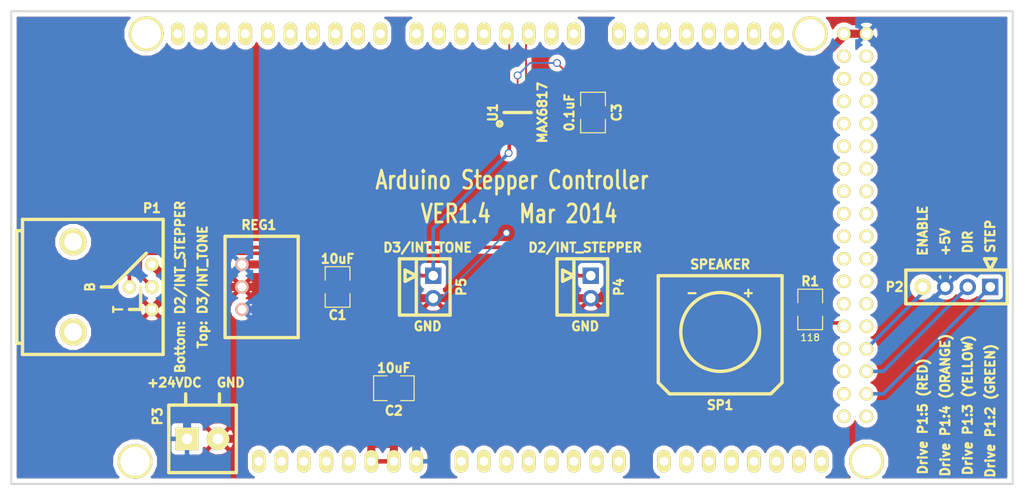
<source format=kicad_pcb>
(kicad_pcb (version 4) (host pcbnew no-vcs-found-product)

  (general
    (links 31)
    (no_connects 0)
    (area 113.03 76.2 228.600001 132.080001)
    (thickness 1.6002)
    (drawings 24)
    (tracks 90)
    (zones 0)
    (modules 13)
    (nets 14)
  )

  (page A4)
  (title_block
    (title stepper_controller)
    (date "11 mar 2014")
    (rev 1.0)
  )

  (layers
    (0 Front signal)
    (31 Back signal)
    (32 B.Adhes user)
    (33 F.Adhes user)
    (34 B.Paste user)
    (35 F.Paste user)
    (36 B.SilkS user)
    (37 F.SilkS user)
    (38 B.Mask user)
    (39 F.Mask user)
    (40 Dwgs.User user)
    (41 Cmts.User user)
    (42 Eco1.User user)
    (43 Eco2.User user)
    (44 Edge.Cuts user)
  )

  (setup
    (last_trace_width 0.2032)
    (trace_clearance 0.254)
    (zone_clearance 0.508)
    (zone_45_only no)
    (trace_min 0.2032)
    (segment_width 0.381)
    (edge_width 0.381)
    (via_size 0.889)
    (via_drill 0.635)
    (via_min_size 0.889)
    (via_min_drill 0.508)
    (uvia_size 0.508)
    (uvia_drill 0.127)
    (uvias_allowed no)
    (uvia_min_size 0.508)
    (uvia_min_drill 0.127)
    (pcb_text_width 0.3048)
    (pcb_text_size 1.524 2.032)
    (mod_edge_width 0.381)
    (mod_text_size 1.524 1.524)
    (mod_text_width 0.3048)
    (pad_size 1.33096 0.5588)
    (pad_drill 0)
    (pad_to_mask_clearance 0.254)
    (aux_axis_origin 0 0)
    (visible_elements FFFFFF7F)
    (pcbplotparams
      (layerselection 0x00030_80000001)
      (usegerberextensions true)
      (excludeedgelayer false)
      (linewidth 0.150000)
      (plotframeref false)
      (viasonmask false)
      (mode 1)
      (useauxorigin false)
      (hpglpennumber 1)
      (hpglpenspeed 20)
      (hpglpendiameter 15)
      (hpglpenoverlay 0)
      (psnegative false)
      (psa4output false)
      (plotreference false)
      (plotvalue false)
      (plotinvisibletext false)
      (padsonsilk false)
      (subtractmaskfromsilk true)
      (outputformat 3)
      (mirror false)
      (drillshape 1)
      (scaleselection 1)
      (outputdirectory v1.4/dxf/))
  )

  (net 0 "")
  (net 1 +5V)
  (net 2 /DIR)
  (net 3 /ENABLE)
  (net 4 /INT_STEPPER)
  (net 5 /INT_STEPPER_DEBOUNCED)
  (net 6 /INT_TONE)
  (net 7 /INT_TONE_DEBOUNCED)
  (net 8 /SPEAKER)
  (net 9 /STEP)
  (net 10 /VIN)
  (net 11 GND)
  (net 12 N-000087)
  (net 13 VAA)

  (net_class Default "This is the default net class."
    (clearance 0.254)
    (trace_width 0.2032)
    (via_dia 0.889)
    (via_drill 0.635)
    (uvia_dia 0.508)
    (uvia_drill 0.127)
    (add_net /INT_STEPPER_DEBOUNCED)
    (add_net /INT_TONE_DEBOUNCED)
    (add_net N-000087)
  )

  (net_class POWER ""
    (clearance 0.254)
    (trace_width 0.9144)
    (via_dia 0.889)
    (via_drill 0.635)
    (uvia_dia 0.508)
    (uvia_drill 0.127)
    (add_net +5V)
    (add_net /VIN)
    (add_net GND)
    (add_net VAA)
  )

  (net_class SIGNAL ""
    (clearance 0.254)
    (trace_width 0.4064)
    (via_dia 0.889)
    (via_drill 0.635)
    (uvia_dia 0.508)
    (uvia_drill 0.127)
    (add_net /DIR)
    (add_net /ENABLE)
    (add_net /INT_STEPPER)
    (add_net /INT_TONE)
    (add_net /SPEAKER)
    (add_net /STEP)
  )

  (module ARDUINO_MEGA_SHIELD (layer Front) (tedit 52AB2658) (tstamp 5182BE35)
    (at 114.3 130.81)
    (path /504F5474)
    (fp_text reference SHIELD1 (at 48.26 -25.4) (layer F.SilkS) hide
      (effects (font (thickness 0.3048)))
    )
    (fp_text value ARDUINO_MEGA_SHIELD_FULL (at 42.545 -33.655) (layer F.SilkS) hide
      (effects (font (thickness 0.3048)))
    )
    (pad "" thru_hole circle (at 13.97 -2.54) (size 3.937 3.937) (drill 3.302) (layers *.Cu *.Mask F.SilkS))
    (pad "" thru_hole circle (at 15.24 -50.8) (size 3.937 3.937) (drill 3.302) (layers *.Cu *.Mask F.SilkS))
    (pad "" thru_hole circle (at 96.52 -2.54) (size 3.937 3.937) (drill 3.302) (layers *.Cu *.Mask F.SilkS))
    (pad "" thru_hole circle (at 90.17 -50.8) (size 3.937 3.937) (drill 3.302) (layers *.Cu *.Mask F.SilkS))
    (pad NC thru_hole oval (at 27.94 -2.54 90) (size 2.54 1.524) (drill 1.016) (layers *.Cu *.Mask F.SilkS))
    (pad IREF thru_hole oval (at 30.48 -2.54 90) (size 2.54 1.524) (drill 1.016) (layers *.Cu *.Mask F.SilkS))
    (pad RST thru_hole oval (at 33.02 -2.54 90) (size 2.54 1.524) (drill 1.016) (layers *.Cu *.Mask F.SilkS))
    (pad 3V3 thru_hole oval (at 35.56 -2.54 90) (size 2.54 1.524) (drill 1.016) (layers *.Cu *.Mask F.SilkS))
    (pad 5V_1 thru_hole oval (at 38.1 -2.54 90) (size 2.54 1.524) (drill 1.016) (layers *.Cu *.Mask F.SilkS))
    (pad GND1 thru_hole oval (at 40.64 -2.54 90) (size 2.54 1.524) (drill 1.016) (layers *.Cu *.Mask F.SilkS)
      (net 11 GND))
    (pad GND2 thru_hole oval (at 43.18 -2.54 90) (size 2.54 1.524) (drill 1.016) (layers *.Cu *.Mask F.SilkS)
      (net 11 GND))
    (pad V_IN thru_hole oval (at 45.72 -2.54 90) (size 2.54 1.524) (drill 1.016) (layers *.Cu *.Mask F.SilkS)
      (net 10 /VIN))
    (pad A0 thru_hole oval (at 50.8 -2.54 90) (size 2.54 1.524) (drill 1.016) (layers *.Cu *.Mask F.SilkS))
    (pad A1 thru_hole oval (at 53.34 -2.54 90) (size 2.54 1.524) (drill 1.016) (layers *.Cu *.Mask F.SilkS))
    (pad A2 thru_hole oval (at 55.88 -2.54 90) (size 2.54 1.524) (drill 1.016) (layers *.Cu *.Mask F.SilkS))
    (pad A3 thru_hole oval (at 58.42 -2.54 90) (size 2.54 1.524) (drill 1.016) (layers *.Cu *.Mask F.SilkS))
    (pad A4 thru_hole oval (at 60.96 -2.54 90) (size 2.54 1.524) (drill 1.016) (layers *.Cu *.Mask F.SilkS))
    (pad A5 thru_hole oval (at 63.5 -2.54 90) (size 2.54 1.524) (drill 1.016) (layers *.Cu *.Mask F.SilkS))
    (pad A6 thru_hole oval (at 66.04 -2.54 90) (size 2.54 1.524) (drill 1.016) (layers *.Cu *.Mask F.SilkS))
    (pad A7 thru_hole oval (at 68.58 -2.54 90) (size 2.54 1.524) (drill 1.016) (layers *.Cu *.Mask F.SilkS))
    (pad A8 thru_hole oval (at 73.66 -2.54 90) (size 2.54 1.524) (drill 1.016) (layers *.Cu *.Mask F.SilkS))
    (pad A9 thru_hole oval (at 76.2 -2.54 90) (size 2.54 1.524) (drill 1.016) (layers *.Cu *.Mask F.SilkS))
    (pad A10 thru_hole oval (at 78.74 -2.54 90) (size 2.54 1.524) (drill 1.016) (layers *.Cu *.Mask F.SilkS))
    (pad A11 thru_hole oval (at 81.28 -2.54 90) (size 2.54 1.524) (drill 1.016) (layers *.Cu *.Mask F.SilkS))
    (pad A12 thru_hole oval (at 83.82 -2.54 90) (size 2.54 1.524) (drill 1.016) (layers *.Cu *.Mask F.SilkS))
    (pad A13 thru_hole oval (at 86.36 -2.54 90) (size 2.54 1.524) (drill 1.016) (layers *.Cu *.Mask F.SilkS))
    (pad A14 thru_hole oval (at 88.9 -2.54 90) (size 2.54 1.524) (drill 1.016) (layers *.Cu *.Mask F.SilkS))
    (pad A15 thru_hole oval (at 91.44 -2.54 90) (size 2.54 1.524) (drill 1.016) (layers *.Cu *.Mask F.SilkS))
    (pad 21 thru_hole oval (at 18.796 -50.8 90) (size 2.54 1.524) (drill 1.016) (layers *.Cu *.Mask F.SilkS))
    (pad 20 thru_hole oval (at 21.336 -50.8 90) (size 2.54 1.524) (drill 1.016) (layers *.Cu *.Mask F.SilkS))
    (pad AREF thru_hole oval (at 23.876 -50.8 90) (size 2.54 1.524) (drill 1.016) (layers *.Cu *.Mask F.SilkS))
    (pad GND3 thru_hole oval (at 26.416 -50.8 90) (size 2.54 1.524) (drill 1.016) (layers *.Cu *.Mask F.SilkS))
    (pad 13 thru_hole oval (at 28.956 -50.8 90) (size 2.54 1.524) (drill 1.016) (layers *.Cu *.Mask F.SilkS))
    (pad 12 thru_hole oval (at 31.496 -50.8 90) (size 2.54 1.524) (drill 1.016) (layers *.Cu *.Mask F.SilkS))
    (pad 11 thru_hole oval (at 34.036 -50.8 90) (size 2.54 1.524) (drill 1.016) (layers *.Cu *.Mask F.SilkS))
    (pad 10 thru_hole oval (at 36.576 -50.8 90) (size 2.54 1.524) (drill 1.016) (layers *.Cu *.Mask F.SilkS))
    (pad 9 thru_hole oval (at 39.116 -50.8 90) (size 2.54 1.524) (drill 1.016) (layers *.Cu *.Mask F.SilkS))
    (pad 8 thru_hole oval (at 41.656 -50.8 90) (size 2.54 1.524) (drill 1.016) (layers *.Cu *.Mask F.SilkS))
    (pad 7 thru_hole oval (at 45.72 -50.8 90) (size 2.54 1.524) (drill 1.016) (layers *.Cu *.Mask F.SilkS))
    (pad 0 thru_hole oval (at 63.5 -50.8 90) (size 2.54 1.524) (drill 1.016) (layers *.Cu *.Mask F.SilkS))
    (pad 1 thru_hole oval (at 60.96 -50.8 90) (size 2.54 1.524) (drill 1.016) (layers *.Cu *.Mask F.SilkS))
    (pad 2 thru_hole oval (at 58.42 -50.8 90) (size 2.54 1.524) (drill 1.016) (layers *.Cu *.Mask F.SilkS)
      (net 5 /INT_STEPPER_DEBOUNCED))
    (pad 3 thru_hole oval (at 55.88 -50.8 90) (size 2.54 1.524) (drill 1.016) (layers *.Cu *.Mask F.SilkS)
      (net 7 /INT_TONE_DEBOUNCED))
    (pad 4 thru_hole oval (at 53.34 -50.8 90) (size 2.54 1.524) (drill 1.016) (layers *.Cu *.Mask F.SilkS))
    (pad 5 thru_hole oval (at 50.8 -50.8 90) (size 2.54 1.524) (drill 1.016) (layers *.Cu *.Mask F.SilkS))
    (pad 6 thru_hole oval (at 48.26 -50.8 90) (size 2.54 1.524) (drill 1.016) (layers *.Cu *.Mask F.SilkS))
    (pad 14 thru_hole oval (at 68.58 -50.8 90) (size 2.54 1.524) (drill 1.016) (layers *.Cu *.Mask F.SilkS))
    (pad 15 thru_hole oval (at 71.12 -50.8 90) (size 2.54 1.524) (drill 1.016) (layers *.Cu *.Mask F.SilkS))
    (pad 16 thru_hole oval (at 73.66 -50.8 90) (size 2.54 1.524) (drill 1.016) (layers *.Cu *.Mask F.SilkS))
    (pad 17 thru_hole oval (at 76.2 -50.8 90) (size 2.54 1.524) (drill 1.016) (layers *.Cu *.Mask F.SilkS))
    (pad 18 thru_hole oval (at 78.74 -50.8 90) (size 2.54 1.524) (drill 1.016) (layers *.Cu *.Mask F.SilkS))
    (pad 19 thru_hole oval (at 81.28 -50.8 90) (size 2.54 1.524) (drill 1.016) (layers *.Cu *.Mask F.SilkS))
    (pad 20 thru_hole oval (at 83.82 -50.8 90) (size 2.54 1.524) (drill 1.016) (layers *.Cu *.Mask F.SilkS))
    (pad 21 thru_hole oval (at 86.36 -50.8 90) (size 2.54 1.524) (drill 1.016) (layers *.Cu *.Mask F.SilkS))
    (pad 5V_4 thru_hole circle (at 93.98 -50.8 90) (size 1.524 1.524) (drill 1.016) (layers *.Cu *.Mask F.SilkS)
      (net 1 +5V))
    (pad 5V_5 thru_hole circle (at 96.52 -50.8 90) (size 1.524 1.524) (drill 1.016) (layers *.Cu *.Mask F.SilkS)
      (net 1 +5V))
    (pad 22 thru_hole circle (at 93.98 -48.26 90) (size 1.524 1.524) (drill 1.016) (layers *.Cu *.Mask F.SilkS))
    (pad 23 thru_hole circle (at 96.52 -48.26 90) (size 1.524 1.524) (drill 1.016) (layers *.Cu *.Mask F.SilkS))
    (pad 24 thru_hole circle (at 93.98 -45.72 90) (size 1.524 1.524) (drill 1.016) (layers *.Cu *.Mask F.SilkS))
    (pad 25 thru_hole circle (at 96.52 -45.72 90) (size 1.524 1.524) (drill 1.016) (layers *.Cu *.Mask F.SilkS))
    (pad 26 thru_hole circle (at 93.98 -43.18 90) (size 1.524 1.524) (drill 1.016) (layers *.Cu *.Mask F.SilkS))
    (pad 27 thru_hole circle (at 96.52 -43.18 90) (size 1.524 1.524) (drill 1.016) (layers *.Cu *.Mask F.SilkS))
    (pad 28 thru_hole circle (at 93.98 -40.64 90) (size 1.524 1.524) (drill 1.016) (layers *.Cu *.Mask F.SilkS))
    (pad 29 thru_hole circle (at 96.52 -40.64 90) (size 1.524 1.524) (drill 1.016) (layers *.Cu *.Mask F.SilkS))
    (pad 30 thru_hole circle (at 93.98 -38.1 90) (size 1.524 1.524) (drill 1.016) (layers *.Cu *.Mask F.SilkS))
    (pad 31 thru_hole circle (at 96.52 -38.1 90) (size 1.524 1.524) (drill 1.016) (layers *.Cu *.Mask F.SilkS))
    (pad 32 thru_hole circle (at 93.98 -35.56 90) (size 1.524 1.524) (drill 1.016) (layers *.Cu *.Mask F.SilkS))
    (pad 33 thru_hole circle (at 96.52 -35.56 90) (size 1.524 1.524) (drill 1.016) (layers *.Cu *.Mask F.SilkS))
    (pad 34 thru_hole circle (at 93.98 -33.02 90) (size 1.524 1.524) (drill 1.016) (layers *.Cu *.Mask F.SilkS))
    (pad 35 thru_hole circle (at 96.52 -33.02 90) (size 1.524 1.524) (drill 1.016) (layers *.Cu *.Mask F.SilkS))
    (pad 36 thru_hole circle (at 93.98 -30.48 90) (size 1.524 1.524) (drill 1.016) (layers *.Cu *.Mask F.SilkS))
    (pad 37 thru_hole circle (at 96.52 -30.48 90) (size 1.524 1.524) (drill 1.016) (layers *.Cu *.Mask F.SilkS))
    (pad 38 thru_hole circle (at 93.98 -27.94 90) (size 1.524 1.524) (drill 1.016) (layers *.Cu *.Mask F.SilkS))
    (pad 39 thru_hole circle (at 96.52 -27.94 90) (size 1.524 1.524) (drill 1.016) (layers *.Cu *.Mask F.SilkS))
    (pad 40 thru_hole circle (at 93.98 -25.4 90) (size 1.524 1.524) (drill 1.016) (layers *.Cu *.Mask F.SilkS))
    (pad 41 thru_hole circle (at 96.52 -25.4 90) (size 1.524 1.524) (drill 1.016) (layers *.Cu *.Mask F.SilkS))
    (pad 42 thru_hole circle (at 93.98 -22.86 90) (size 1.524 1.524) (drill 1.016) (layers *.Cu *.Mask F.SilkS))
    (pad 43 thru_hole circle (at 96.52 -22.86 90) (size 1.524 1.524) (drill 1.016) (layers *.Cu *.Mask F.SilkS))
    (pad 44 thru_hole circle (at 93.98 -20.32 90) (size 1.524 1.524) (drill 1.016) (layers *.Cu *.Mask F.SilkS))
    (pad 45 thru_hole circle (at 96.52 -20.32 90) (size 1.524 1.524) (drill 1.016) (layers *.Cu *.Mask F.SilkS))
    (pad 46 thru_hole circle (at 93.98 -17.78 90) (size 1.524 1.524) (drill 1.016) (layers *.Cu *.Mask F.SilkS)
      (net 8 /SPEAKER))
    (pad 47 thru_hole circle (at 96.52 -17.78 90) (size 1.524 1.524) (drill 1.016) (layers *.Cu *.Mask F.SilkS))
    (pad 48 thru_hole circle (at 93.98 -15.24 90) (size 1.524 1.524) (drill 1.016) (layers *.Cu *.Mask F.SilkS))
    (pad 49 thru_hole circle (at 96.52 -15.24 90) (size 1.524 1.524) (drill 1.016) (layers *.Cu *.Mask F.SilkS)
      (net 3 /ENABLE))
    (pad 50 thru_hole circle (at 93.98 -12.7 90) (size 1.524 1.524) (drill 1.016) (layers *.Cu *.Mask F.SilkS))
    (pad 51 thru_hole circle (at 96.52 -12.7 90) (size 1.524 1.524) (drill 1.016) (layers *.Cu *.Mask F.SilkS)
      (net 2 /DIR))
    (pad 52 thru_hole circle (at 93.98 -10.16 90) (size 1.524 1.524) (drill 1.016) (layers *.Cu *.Mask F.SilkS))
    (pad 53 thru_hole circle (at 96.52 -10.16 90) (size 1.524 1.524) (drill 1.016) (layers *.Cu *.Mask F.SilkS)
      (net 9 /STEP))
    (pad GND4 thru_hole circle (at 93.98 -7.62 90) (size 1.524 1.524) (drill 1.016) (layers *.Cu *.Mask F.SilkS))
    (pad GND5 thru_hole circle (at 96.52 -7.62 90) (size 1.524 1.524) (drill 1.016) (layers *.Cu *.Mask F.SilkS))
  )

  (module SM1210 (layer Front) (tedit 528CFDE7) (tstamp 5188155C)
    (at 204.47 111.125 270)
    (tags "CMS SM")
    (path /528CE357)
    (attr smd)
    (fp_text reference R1 (at -3.175 0 360) (layer F.SilkS)
      (effects (font (size 1.016 1.016) (thickness 0.254)))
    )
    (fp_text value 118 (at 3.175 0 360) (layer F.SilkS)
      (effects (font (size 0.762 0.762) (thickness 0.127)))
    )
    (fp_line (start -0.762 -1.397) (end -2.286 -1.397) (layer F.SilkS) (width 0.127))
    (fp_line (start -2.286 -1.397) (end -2.286 1.397) (layer F.SilkS) (width 0.127))
    (fp_line (start -2.286 1.397) (end -0.762 1.397) (layer F.SilkS) (width 0.127))
    (fp_line (start 0.762 1.397) (end 2.286 1.397) (layer F.SilkS) (width 0.127))
    (fp_line (start 2.286 1.397) (end 2.286 -1.397) (layer F.SilkS) (width 0.127))
    (fp_line (start 2.286 -1.397) (end 0.762 -1.397) (layer F.SilkS) (width 0.127))
    (pad 1 smd rect (at -1.524 0 270) (size 1.27 2.54) (layers Front F.Paste F.Mask)
      (net 12 N-000087))
    (pad 2 smd rect (at 1.524 0 270) (size 1.27 2.54) (layers Front F.Paste F.Mask)
      (net 8 /SPEAKER))
    (model smd/chip_cms.wrl
      (at (xyz 0 0 0))
      (scale (xyz 0.17 0.2 0.17))
      (rotate (xyz 0 0 0))
    )
  )

  (module BNC_DOUBLE (layer Front) (tedit 52AB2A08) (tstamp 5050C0C0)
    (at 121.285 108.585 90)
    (path /528CDBDE)
    (fp_text reference P1 (at 8.89 8.89 180) (layer F.SilkS)
      (effects (font (size 1.016 1.016) (thickness 0.254)))
    )
    (fp_text value DBNC_INPUT (at -8.89 4.445 180) (layer F.SilkS) hide
      (effects (font (thickness 0.3048)))
    )
    (fp_line (start -6.35 -5.715) (end -6.35 -6.35) (layer F.SilkS) (width 0.381))
    (fp_line (start -6.35 -6.35) (end 6.35 -6.35) (layer F.SilkS) (width 0.381))
    (fp_line (start 6.35 -6.35) (end 6.35 -5.715) (layer F.SilkS) (width 0.381))
    (fp_line (start -7.62 -5.715) (end -7.62 10.16) (layer F.SilkS) (width 0.381))
    (fp_line (start -7.62 10.16) (end 7.62 10.16) (layer F.SilkS) (width 0.381))
    (fp_line (start 7.62 10.16) (end 7.62 -5.715) (layer F.SilkS) (width 0.381))
    (fp_line (start 7.62 -5.715) (end -7.62 -5.715) (layer F.SilkS) (width 0.381))
    (fp_text user B (at 0 1.905 90) (layer F.SilkS)
      (effects (font (size 1.016 1.016) (thickness 0.254)))
    )
    (fp_line (start 3.81 8.255) (end 0 4.445) (layer F.SilkS) (width 0.381))
    (fp_line (start 0 4.445) (end 0 3.175) (layer F.SilkS) (width 0.381))
    (fp_line (start -2.54 7.62) (end -2.54 6.35) (layer F.SilkS) (width 0.381))
    (fp_text user T (at -2.54 5.08 90) (layer F.SilkS)
      (effects (font (size 1.016 1.016) (thickness 0.254)))
    )
    (fp_line (start 0 7.62) (end -2.54 7.62) (layer F.SilkS) (width 0.381))
    (pad "" thru_hole circle (at -5.08 0 90) (size 3.048 3.048) (drill 2.0066) (layers *.Cu *.Mask F.SilkS))
    (pad "" thru_hole circle (at 5.08 0 90) (size 3.048 3.048) (drill 2.0066) (layers *.Cu *.Mask F.SilkS))
    (pad 1 thru_hole circle (at 0 6.35 90) (size 1.524 1.524) (drill 0.889) (layers *.Cu *.Mask F.SilkS)
      (net 4 /INT_STEPPER))
    (pad 3 thru_hole circle (at 0 8.89 90) (size 1.524 1.524) (drill 0.889) (layers *.Cu *.Mask F.SilkS)
      (net 6 /INT_TONE))
    (pad 2 thru_hole circle (at 2.54 8.89 90) (size 1.524 1.524) (drill 0.889) (layers *.Cu *.Mask F.SilkS)
      (net 11 GND))
    (pad 4 thru_hole circle (at -2.54 8.89 90) (size 1.524 1.524) (drill 0.889) (layers *.Cu *.Mask F.SilkS)
      (net 11 GND))
  )

  (module Header_4_Pin (layer Front) (tedit 528CFD8A) (tstamp 5188157E)
    (at 220.98 108.585)
    (path /528CE023)
    (fp_text reference P2 (at -6.985 0) (layer F.SilkS)
      (effects (font (size 1.016 1.016) (thickness 0.254)))
    )
    (fp_text value DRIVE (at 0 -3.175) (layer F.SilkS) hide
      (effects (font (thickness 0.3048)))
    )
    (fp_line (start 5.715 1.905) (end -5.715 1.905) (layer F.SilkS) (width 0.381))
    (fp_line (start 5.715 -1.905) (end -5.715 -1.905) (layer F.SilkS) (width 0.381))
    (fp_line (start 3.175 -3.175) (end 3.81 -1.905) (layer F.SilkS) (width 0.381))
    (fp_line (start 3.81 -1.905) (end 4.445 -3.175) (layer F.SilkS) (width 0.381))
    (fp_line (start 4.445 -3.175) (end 3.175 -3.175) (layer F.SilkS) (width 0.381))
    (fp_line (start -5.715 -1.905) (end -5.715 1.905) (layer F.SilkS) (width 0.381))
    (fp_line (start 5.715 1.905) (end 5.715 -1.905) (layer F.SilkS) (width 0.381))
    (pad 2 thru_hole circle (at 1.27 0) (size 1.8542 1.8542) (drill 1.0922) (layers *.Cu *.Mask)
      (net 2 /DIR))
    (pad 3 thru_hole circle (at -1.27 0) (size 1.8542 1.8542) (drill 1.0922) (layers *.Cu *.Mask)
      (net 1 +5V))
    (pad 1 thru_hole rect (at 3.81 0) (size 1.8542 1.8542) (drill 1.0922) (layers *.Cu *.Mask)
      (net 9 /STEP))
    (pad 4 thru_hole circle (at -3.81 0) (size 1.8542 1.8542) (drill 1.0922) (layers *.Cu *.Mask F.SilkS)
      (net 3 /ENABLE))
  )

  (module SMS-1308MS-2-R (layer Front) (tedit 52AB2C63) (tstamp 528CFB8A)
    (at 194.31 113.665 180)
    (path /528CE365)
    (fp_text reference SP1 (at 0 -8.255 180) (layer F.SilkS)
      (effects (font (size 1.016 1.016) (thickness 0.254)))
    )
    (fp_text value SPEAKER (at 0 7.62 180) (layer F.SilkS)
      (effects (font (size 1.016 1.016) (thickness 0.254)))
    )
    (fp_line (start -6.985 -5.715) (end -6.985 6.35) (layer F.SilkS) (width 0.381))
    (fp_line (start 6.985 -5.715) (end 6.985 6.35) (layer F.SilkS) (width 0.381))
    (fp_line (start 6.985 6.35) (end -6.985 6.35) (layer F.SilkS) (width 0.381))
    (fp_text user - (at 3.175 4.445 180) (layer F.SilkS)
      (effects (font (size 1.016 1.016) (thickness 0.254)))
    )
    (fp_text user + (at -3.175 4.445 180) (layer F.SilkS)
      (effects (font (size 1.016 1.016) (thickness 0.254)))
    )
    (fp_circle (center 0 0) (end 0 -4.445) (layer F.SilkS) (width 0.381))
    (fp_line (start -5.715 -6.985) (end 5.715 -6.985) (layer F.SilkS) (width 0.381))
    (fp_line (start 6.985 -5.715) (end 5.715 -6.985) (layer F.SilkS) (width 0.381))
    (fp_line (start -6.985 -5.715) (end -5.715 -6.985) (layer F.SilkS) (width 0.381))
    (pad "" smd rect (at -5.69976 -4.35102 180) (size 2.54 2.286) (layers Front F.Paste F.Mask))
    (pad "" smd rect (at 5.69976 -4.35102 180) (size 2.54 2.286) (layers Front F.Paste F.Mask))
    (pad 1 smd rect (at -5.69976 4.35102 180) (size 2.54 2.286) (layers Front F.Paste F.Mask)
      (net 12 N-000087))
    (pad 2 smd rect (at 5.69976 4.35102 180) (size 2.54 2.286) (layers Front F.Paste F.Mask)
      (net 11 GND))
  )

  (module TERMINAL_BLOCK_2POS_3.5mm (layer Front) (tedit 52D4113B) (tstamp 52D405D1)
    (at 135.89 125.73)
    (path /52C1DC9B)
    (fp_text reference P3 (at -5.08 -2.54 90) (layer F.SilkS)
      (effects (font (size 1.016 1.016) (thickness 0.254)))
    )
    (fp_text value +24VDC (at -3.175 -6.35) (layer F.SilkS)
      (effects (font (size 1.016 1.016) (thickness 0.254)))
    )
    (fp_line (start -3.81 -3.81) (end -3.81 3.81) (layer F.SilkS) (width 0.381))
    (fp_line (start -3.81 3.81) (end 3.81 3.81) (layer F.SilkS) (width 0.381))
    (fp_line (start 3.81 3.81) (end 3.81 -3.81) (layer F.SilkS) (width 0.381))
    (fp_line (start -3.81 -3.81) (end 3.81 -3.81) (layer F.SilkS) (width 0.381))
    (pad 1 thru_hole rect (at -1.75006 0) (size 2.54 2.54) (drill 1.19888) (layers *.Cu *.Mask F.SilkS)
      (net 13 VAA))
    (pad 2 thru_hole circle (at 1.75006 0) (size 2.54 2.54) (drill 1.19888) (layers *.Cu *.Mask F.SilkS)
      (net 11 GND))
  )

  (module SM1210 (layer Front) (tedit 52D42A27) (tstamp 52D405D2)
    (at 151.13 108.585 270)
    (tags "CMS SM")
    (path /52D4298E)
    (attr smd)
    (fp_text reference C1 (at 3.175 0 360) (layer F.SilkS)
      (effects (font (size 1.016 1.016) (thickness 0.254)))
    )
    (fp_text value 10uF (at -3.175 0 360) (layer F.SilkS)
      (effects (font (size 1.016 1.016) (thickness 0.254)))
    )
    (fp_line (start -0.762 -1.397) (end -2.286 -1.397) (layer F.SilkS) (width 0.127))
    (fp_line (start -2.286 -1.397) (end -2.286 1.397) (layer F.SilkS) (width 0.127))
    (fp_line (start -2.286 1.397) (end -0.762 1.397) (layer F.SilkS) (width 0.127))
    (fp_line (start 0.762 1.397) (end 2.286 1.397) (layer F.SilkS) (width 0.127))
    (fp_line (start 2.286 1.397) (end 2.286 -1.397) (layer F.SilkS) (width 0.127))
    (fp_line (start 2.286 -1.397) (end 0.762 -1.397) (layer F.SilkS) (width 0.127))
    (pad 1 smd rect (at -1.524 0 270) (size 1.27 2.54) (layers Front F.Paste F.Mask)
      (net 13 VAA))
    (pad 2 smd rect (at 1.524 0 270) (size 1.27 2.54) (layers Front F.Paste F.Mask)
      (net 11 GND))
    (model smd/chip_cms.wrl
      (at (xyz 0 0 0))
      (scale (xyz 0.17 0.2 0.17))
      (rotate (xyz 0 0 0))
    )
  )

  (module Header_Shrouded_2_Pin (layer Front) (tedit 52D41250) (tstamp 52D405D3)
    (at 179.705 108.585 90)
    (path /52C1DB2A)
    (fp_text reference P4 (at 0 3.175 90) (layer F.SilkS)
      (effects (font (size 1.016 1.016) (thickness 0.254)))
    )
    (fp_text value INT_STEPPER (at 0 -5.08 90) (layer F.SilkS) hide
      (effects (font (thickness 0.3048)))
    )
    (fp_line (start -3.175 1.905) (end 3.175 1.905) (layer F.SilkS) (width 0.381))
    (fp_line (start -3.175 -1.905) (end 3.175 -1.905) (layer F.SilkS) (width 0.381))
    (fp_line (start -3.175 -3.81) (end 3.175 -3.81) (layer F.SilkS) (width 0.381))
    (fp_line (start 0.635 -3.175) (end 1.27 -1.905) (layer F.SilkS) (width 0.381))
    (fp_line (start 1.27 -1.905) (end 1.905 -3.175) (layer F.SilkS) (width 0.381))
    (fp_line (start 1.905 -3.175) (end 0.635 -3.175) (layer F.SilkS) (width 0.381))
    (fp_line (start 3.175 -3.81) (end 3.175 -1.905) (layer F.SilkS) (width 0.381))
    (fp_line (start -3.175 -3.81) (end -3.175 -1.905) (layer F.SilkS) (width 0.381))
    (fp_line (start -3.175 -1.905) (end -3.175 1.905) (layer F.SilkS) (width 0.381))
    (fp_line (start 3.175 1.905) (end 3.175 -1.905) (layer F.SilkS) (width 0.381))
    (pad 2 thru_hole circle (at -1.27 0 90) (size 1.8542 1.8542) (drill 1.0922) (layers *.Cu *.Mask)
      (net 11 GND))
    (pad 1 thru_hole rect (at 1.27 0 90) (size 1.8542 1.8542) (drill 1.0922) (layers *.Cu *.Mask)
      (net 4 /INT_STEPPER))
  )

  (module Header_Shrouded_2_Pin (layer Front) (tedit 52D41239) (tstamp 52D405D5)
    (at 161.925 108.585 90)
    (path /52C1DB34)
    (fp_text reference P5 (at 0 3.175 90) (layer F.SilkS)
      (effects (font (size 1.016 1.016) (thickness 0.254)))
    )
    (fp_text value INT_TONE (at 0 -5.08 90) (layer F.SilkS) hide
      (effects (font (thickness 0.3048)))
    )
    (fp_line (start -3.175 1.905) (end 3.175 1.905) (layer F.SilkS) (width 0.381))
    (fp_line (start -3.175 -1.905) (end 3.175 -1.905) (layer F.SilkS) (width 0.381))
    (fp_line (start -3.175 -3.81) (end 3.175 -3.81) (layer F.SilkS) (width 0.381))
    (fp_line (start 0.635 -3.175) (end 1.27 -1.905) (layer F.SilkS) (width 0.381))
    (fp_line (start 1.27 -1.905) (end 1.905 -3.175) (layer F.SilkS) (width 0.381))
    (fp_line (start 1.905 -3.175) (end 0.635 -3.175) (layer F.SilkS) (width 0.381))
    (fp_line (start 3.175 -3.81) (end 3.175 -1.905) (layer F.SilkS) (width 0.381))
    (fp_line (start -3.175 -3.81) (end -3.175 -1.905) (layer F.SilkS) (width 0.381))
    (fp_line (start -3.175 -1.905) (end -3.175 1.905) (layer F.SilkS) (width 0.381))
    (fp_line (start 3.175 1.905) (end 3.175 -1.905) (layer F.SilkS) (width 0.381))
    (pad 2 thru_hole circle (at -1.27 0 90) (size 1.8542 1.8542) (drill 1.0922) (layers *.Cu *.Mask)
      (net 11 GND))
    (pad 1 thru_hole rect (at 1.27 0 90) (size 1.8542 1.8542) (drill 1.0922) (layers *.Cu *.Mask)
      (net 6 /INT_TONE))
  )

  (module DC_DC_CONV_R78C (layer Front) (tedit 52D4110A) (tstamp 52D405D6)
    (at 140.335 108.585 270)
    (path /52C1DE60)
    (fp_text reference REG1 (at -6.985 -1.905 360) (layer F.SilkS)
      (effects (font (size 1.016 1.016) (thickness 0.254)))
    )
    (fp_text value CONV_DC_DC (at 0 3.81 270) (layer F.SilkS) hide
      (effects (font (thickness 0.3048)))
    )
    (fp_line (start 5.715 1.905) (end 5.715 -6.35) (layer F.SilkS) (width 0.381))
    (fp_line (start 5.715 -6.35) (end -5.715 -6.35) (layer F.SilkS) (width 0.381))
    (fp_line (start -5.715 -6.35) (end -5.715 1.905) (layer F.SilkS) (width 0.381))
    (fp_line (start -5.715 1.905) (end 5.715 1.905) (layer F.SilkS) (width 0.381))
    (pad 2 thru_hole circle (at 0 0 270) (size 1.524 1.524) (drill 0.9906) (layers *.Cu *.SilkS *.Mask)
      (net 11 GND))
    (pad 3 thru_hole circle (at 2.54 0 270) (size 1.524 1.524) (drill 0.9906) (layers *.Cu *.SilkS *.Mask)
      (net 10 /VIN))
    (pad 1 thru_hole circle (at -2.54 0 270) (size 1.524 1.524) (drill 0.9906) (layers *.Cu *.SilkS *.Mask)
      (net 13 VAA))
  )

  (module SM1210 (layer Front) (tedit 52D42A4E) (tstamp 52D429EB)
    (at 157.48 120.015 180)
    (tags "CMS SM")
    (path /52C1DEA5)
    (attr smd)
    (fp_text reference C2 (at 0 -2.54 180) (layer F.SilkS)
      (effects (font (size 1.016 1.016) (thickness 0.254)))
    )
    (fp_text value 10uF (at 0 2.286 180) (layer F.SilkS)
      (effects (font (size 1.016 1.016) (thickness 0.254)))
    )
    (fp_line (start -0.762 -1.397) (end -2.286 -1.397) (layer F.SilkS) (width 0.127))
    (fp_line (start -2.286 -1.397) (end -2.286 1.397) (layer F.SilkS) (width 0.127))
    (fp_line (start -2.286 1.397) (end -0.762 1.397) (layer F.SilkS) (width 0.127))
    (fp_line (start 0.762 1.397) (end 2.286 1.397) (layer F.SilkS) (width 0.127))
    (fp_line (start 2.286 1.397) (end 2.286 -1.397) (layer F.SilkS) (width 0.127))
    (fp_line (start 2.286 -1.397) (end 0.762 -1.397) (layer F.SilkS) (width 0.127))
    (pad 1 smd rect (at -1.524 0 180) (size 1.27 2.54) (layers Front F.Paste F.Mask)
      (net 10 /VIN))
    (pad 2 smd rect (at 1.524 0 180) (size 1.27 2.54) (layers Front F.Paste F.Mask)
      (net 11 GND))
    (model smd/chip_cms.wrl
      (at (xyz 0 0 0))
      (scale (xyz 0.17 0.2 0.17))
      (rotate (xyz 0 0 0))
    )
  )

  (module SM1210 (layer Front) (tedit 531F57DD) (tstamp 531F5267)
    (at 179.959 88.9 270)
    (tags "CMS SM")
    (path /531F4A3F)
    (attr smd)
    (fp_text reference C3 (at 0 -2.667 270) (layer F.SilkS)
      (effects (font (size 1.016 1.016) (thickness 0.254)))
    )
    (fp_text value 0.1uF (at 0 2.667 270) (layer F.SilkS)
      (effects (font (size 1.016 1.016) (thickness 0.254)))
    )
    (fp_line (start -0.762 -1.397) (end -2.286 -1.397) (layer F.SilkS) (width 0.127))
    (fp_line (start -2.286 -1.397) (end -2.286 1.397) (layer F.SilkS) (width 0.127))
    (fp_line (start -2.286 1.397) (end -0.762 1.397) (layer F.SilkS) (width 0.127))
    (fp_line (start 0.762 1.397) (end 2.286 1.397) (layer F.SilkS) (width 0.127))
    (fp_line (start 2.286 1.397) (end 2.286 -1.397) (layer F.SilkS) (width 0.127))
    (fp_line (start 2.286 -1.397) (end 0.762 -1.397) (layer F.SilkS) (width 0.127))
    (pad 1 smd rect (at -1.524 0 270) (size 1.27 2.54) (layers Front F.Paste F.Mask)
      (net 1 +5V))
    (pad 2 smd rect (at 1.524 0 270) (size 1.27 2.54) (layers Front F.Paste F.Mask)
      (net 11 GND))
    (model smd/chip_cms.wrl
      (at (xyz 0 0 0))
      (scale (xyz 0.17 0.2 0.17))
      (rotate (xyz 0 0 0))
    )
  )

  (module MAX6817 (layer Front) (tedit 531F57D0) (tstamp 531F5268)
    (at 171.45 88.9 90)
    (path /531F30FB)
    (fp_text reference U1 (at 0 -2.794 90) (layer F.SilkS)
      (effects (font (size 1.016 1.016) (thickness 0.254)))
    )
    (fp_text value MAX6817 (at 0 2.794 90) (layer F.SilkS)
      (effects (font (size 1.016 1.016) (thickness 0.254)))
    )
    (fp_line (start 0 -1.524) (end 0 1.524) (layer F.SilkS) (width 0.381))
    (fp_circle (center -1.27 -2.032) (end -1.27 -2.286) (layer F.SilkS) (width 0.381))
    (pad 1 smd rect (at -1.19888 -0.94996 90) (size 1.33096 0.5588) (layers Front F.Paste F.Mask)
      (net 6 /INT_TONE) (solder_mask_margin 0.1016) (clearance 0.1016))
    (pad 2 smd rect (at -1.19888 0 90) (size 1.33096 0.5588) (layers Front F.Paste F.Mask)
      (net 11 GND) (solder_mask_margin 0.1016) (clearance 0.1016))
    (pad 3 smd rect (at -1.19888 0.94996 90) (size 1.33096 0.5588) (layers Front F.Paste F.Mask)
      (net 4 /INT_STEPPER) (solder_mask_margin 0.1016) (clearance 0.1016))
    (pad 4 smd rect (at 1.19888 0.94996 90) (size 1.33096 0.5588) (layers Front F.Paste F.Mask)
      (net 5 /INT_STEPPER_DEBOUNCED) (solder_mask_margin 0.1016) (clearance 0.1016))
    (pad 5 smd rect (at 1.19888 0 90) (size 1.33096 0.5588) (layers Front F.Paste F.Mask)
      (net 1 +5V) (solder_mask_margin 0.1016) (clearance 0.1016))
    (pad 6 smd rect (at 1.19888 -0.94996 90) (size 1.33096 0.5588) (layers Front F.Paste F.Mask)
      (net 7 /INT_TONE_DEBOUNCED) (solder_mask_margin 0.1016) (clearance 0.1016))
  )

  (gr_line (start 137.795 121.92) (end 137.795 120.65) (angle 90) (layer F.SilkS) (width 0.381))
  (gr_text GND (at 139.065 119.38) (layer F.SilkS)
    (effects (font (size 1.016 1.016) (thickness 0.254)))
  )
  (gr_line (start 133.985 121.92) (end 133.985 120.65) (angle 90) (layer F.SilkS) (width 0.381))
  (gr_line (start 114.3 130.81) (end 227.33 130.81) (angle 90) (layer Edge.Cuts) (width 0.2286))
  (gr_line (start 114.3 77.47) (end 114.3 130.81) (angle 90) (layer Edge.Cuts) (width 0.2286))
  (gr_line (start 227.33 77.47) (end 114.3 77.47) (angle 90) (layer Edge.Cuts) (width 0.2286))
  (gr_text ENABLE (at 217.17 102.235 90) (layer F.SilkS)
    (effects (font (size 1.016 1.016) (thickness 0.254)))
  )
  (gr_text +5V (at 219.71 103.505 90) (layer F.SilkS)
    (effects (font (size 1.016 1.016) (thickness 0.254)))
  )
  (gr_text DIR (at 222.25 103.505 90) (layer F.SilkS)
    (effects (font (size 1.016 1.016) (thickness 0.254)))
  )
  (gr_text STEP (at 224.79 102.87 90) (layer F.SilkS)
    (effects (font (size 1.016 1.016) (thickness 0.254)))
  )
  (gr_text "Drive P1:5 (RED)" (at 217.17 123.19 90) (layer F.SilkS)
    (effects (font (size 1.016 1.016) (thickness 0.254)))
  )
  (gr_text "Drive P1:4 (ORANGE)" (at 219.71 121.92 90) (layer F.SilkS)
    (effects (font (size 1.016 1.016) (thickness 0.254)))
  )
  (gr_text "Drive P1:3 (YELLOW)" (at 222.25 121.92 90) (layer F.SilkS)
    (effects (font (size 1.016 1.016) (thickness 0.254)))
  )
  (gr_text "Drive P1:2 (GREEN)" (at 224.79 122.555 90) (layer F.SilkS)
    (effects (font (size 1.016 1.016) (thickness 0.254)))
  )
  (gr_text "Top: D3/INT_TONE" (at 135.89 108.585 90) (layer F.SilkS)
    (effects (font (size 1.016 1.016) (thickness 0.254)))
  )
  (gr_text "Bottom: D2/INT_STEPPER" (at 133.35 108.585 90) (layer F.SilkS)
    (effects (font (size 1.016 1.016) (thickness 0.254)))
  )
  (gr_text D3/INT_TONE (at 161.29 104.14) (layer F.SilkS)
    (effects (font (size 1.016 1.016) (thickness 0.254)))
  )
  (gr_text GND (at 179.07 113.03) (layer F.SilkS)
    (effects (font (size 1.016 1.016) (thickness 0.254)))
  )
  (gr_text D2/INT_STEPPER (at 179.07 104.14) (layer F.SilkS)
    (effects (font (size 1.016 1.016) (thickness 0.254)))
  )
  (gr_text GND (at 161.29 113.03) (layer F.SilkS)
    (effects (font (size 1.016 1.016) (thickness 0.254)))
  )
  (gr_text "Arduino Stepper Controller" (at 170.815 96.52) (layer F.SilkS)
    (effects (font (size 2.032 1.524) (thickness 0.3048)))
  )
  (gr_text "Mar 2014" (at 177.165 100.33) (layer F.SilkS)
    (effects (font (size 2.032 1.524) (thickness 0.3048)))
  )
  (gr_text VER1.4 (at 164.465 100.33) (layer F.SilkS)
    (effects (font (size 2.032 1.524) (thickness 0.3048)))
  )
  (gr_line (start 227.33 130.81) (end 227.33 77.47) (angle 90) (layer Edge.Cuts) (width 0.2286))

  (segment (start 210.82 80.01) (end 208.28 80.01) (width 0.9144) (layer Front) (net 1))
  (segment (start 219.71 108.585) (end 219.71 88.9) (width 0.9144) (layer Back) (net 1))
  (segment (start 219.71 88.9) (end 210.82 80.01) (width 0.9144) (layer Back) (net 1))
  (segment (start 208.28 80.264) (end 201.168 87.376) (width 0.9144) (layer Front) (net 1))
  (segment (start 201.168 87.376) (end 179.959 87.376) (width 0.9144) (layer Front) (net 1))
  (segment (start 208.28 80.01) (end 208.28 80.264) (width 0.9144) (layer Front) (net 1))
  (via (at 171.45 84.709) (size 0.889) (layers Front Back) (net 1))
  (segment (start 171.45 84.709) (end 172.847 83.312) (width 0.2032) (layer Back) (net 1))
  (segment (start 172.847 83.312) (end 175.895 83.312) (width 0.2032) (layer Back) (net 1))
  (via (at 175.895 83.312) (size 0.889) (layers Front Back) (net 1))
  (segment (start 175.895 83.312) (end 179.959 87.376) (width 0.2032) (layer Front) (net 1))
  (segment (start 171.45 87.70112) (end 171.45 84.709) (width 0.2032) (layer Front) (net 1))
  (segment (start 222.25 108.585) (end 212.725 118.11) (width 0.4064) (layer Back) (net 2))
  (segment (start 212.725 118.11) (end 210.82 118.11) (width 0.4064) (layer Back) (net 2))
  (segment (start 217.17 108.585) (end 217.17 109.22) (width 0.4064) (layer Back) (net 3))
  (segment (start 217.17 109.22) (end 210.82 115.57) (width 0.4064) (layer Back) (net 3))
  (segment (start 127.7493 104.11714) (end 172.72 104.11714) (width 0.4064) (layer Front) (net 4))
  (segment (start 127.635 104.23144) (end 127.7493 104.11714) (width 0.4064) (layer Front) (net 4))
  (segment (start 172.72 104.11714) (end 175.11522 104.11714) (width 0.4064) (layer Front) (net 4))
  (segment (start 175.11522 104.11714) (end 178.31308 107.315) (width 0.4064) (layer Front) (net 4))
  (segment (start 127.635 108.585) (end 127.635 104.23144) (width 0.4064) (layer Front) (net 4))
  (segment (start 179.705 107.315) (end 178.31308 107.315) (width 0.4064) (layer Front) (net 4))
  (segment (start 172.39996 101.40188) (end 175.11522 104.11714) (width 0.4064) (layer Front) (net 4))
  (segment (start 172.39996 90.09888) (end 172.39996 101.40188) (width 0.4064) (layer Front) (net 4))
  (segment (start 172.39996 80.33004) (end 172.72 80.01) (width 0.2032) (layer Front) (net 5))
  (segment (start 172.39996 87.70112) (end 172.39996 80.33004) (width 0.2032) (layer Front) (net 5))
  (segment (start 161.925 107.315) (end 160.53308 107.315) (width 0.4064) (layer Front) (net 6))
  (segment (start 160.53308 107.315) (end 158.00578 104.7877) (width 0.4064) (layer Front) (net 6))
  (segment (start 158.00578 104.7877) (end 129.59334 104.7877) (width 0.4064) (layer Front) (net 6))
  (segment (start 129.59334 104.7877) (end 128.86436 105.51668) (width 0.4064) (layer Front) (net 6))
  (segment (start 128.86436 105.51668) (end 128.86436 107.27436) (width 0.4064) (layer Front) (net 6))
  (segment (start 128.86436 107.27436) (end 130.175 108.585) (width 0.4064) (layer Front) (net 6))
  (segment (start 161.925 101.981) (end 170.434 93.472) (width 0.4064) (layer Back) (net 6))
  (via (at 170.434 93.472) (size 0.889) (layers Front Back) (net 6))
  (segment (start 170.434 93.472) (end 170.50004 93.40596) (width 0.4064) (layer Front) (net 6))
  (segment (start 170.50004 93.40596) (end 170.50004 90.09888) (width 0.4064) (layer Front) (net 6))
  (segment (start 161.925 107.315) (end 161.925 101.981) (width 0.4064) (layer Back) (net 6))
  (segment (start 170.50004 80.33004) (end 170.18 80.01) (width 0.2032) (layer Front) (net 7))
  (segment (start 170.50004 87.70112) (end 170.50004 80.33004) (width 0.2032) (layer Front) (net 7))
  (segment (start 204.47 112.649) (end 207.899 112.649) (width 0.4064) (layer Front) (net 8))
  (segment (start 207.899 112.649) (end 208.28 113.03) (width 0.4064) (layer Front) (net 8))
  (segment (start 224.79 108.585) (end 212.725 120.65) (width 0.4064) (layer Back) (net 9))
  (segment (start 212.725 120.65) (end 210.82 120.65) (width 0.4064) (layer Back) (net 9))
  (segment (start 159.004 120.015) (end 159.004 122.00382) (width 0.9144) (layer Front) (net 10))
  (segment (start 160.02 128.27) (end 160.02 123.01982) (width 0.9144) (layer Front) (net 10))
  (segment (start 160.02 123.01982) (end 159.004 122.00382) (width 0.9144) (layer Front) (net 10))
  (segment (start 160.02 128.27) (end 160.02 126.28118) (width 0.9144) (layer Back) (net 10))
  (segment (start 140.335 111.125) (end 144.86382 111.125) (width 0.9144) (layer Back) (net 10))
  (segment (start 144.86382 111.125) (end 160.02 126.28118) (width 0.9144) (layer Back) (net 10))
  (segment (start 155.956 110.109) (end 155.956 120.015) (width 0.9144) (layer Front) (net 11))
  (segment (start 161.925 109.855) (end 156.21 109.855) (width 0.9144) (layer Front) (net 11))
  (segment (start 156.21 109.855) (end 155.956 110.109) (width 0.9144) (layer Front) (net 11))
  (segment (start 155.956 110.109) (end 153.11882 110.109) (width 0.9144) (layer Front) (net 11))
  (segment (start 132.715 108.585) (end 140.335 108.585) (width 0.9144) (layer Front) (net 11))
  (segment (start 130.175 106.045) (end 132.715 108.585) (width 0.9144) (layer Front) (net 11))
  (segment (start 132.715 108.585) (end 130.175 111.125) (width 0.9144) (layer Front) (net 11))
  (segment (start 157.48 128.27) (end 157.48 126.28118) (width 0.9144) (layer Front) (net 11))
  (segment (start 157.48 126.28118) (end 154.94 126.28118) (width 0.9144) (layer Front) (net 11))
  (segment (start 155.956 120.015) (end 155.956 122.00382) (width 0.9144) (layer Front) (net 11))
  (segment (start 154.94 125.73) (end 154.94 126.28118) (width 0.9144) (layer Front) (net 11))
  (segment (start 155.956 122.00382) (end 154.94 123.01982) (width 0.9144) (layer Front) (net 11))
  (segment (start 154.94 123.01982) (end 154.94 125.73) (width 0.9144) (layer Front) (net 11))
  (segment (start 137.64006 125.73) (end 154.94 125.73) (width 0.9144) (layer Front) (net 11))
  (segment (start 154.94 128.27) (end 154.94 126.28118) (width 0.9144) (layer Front) (net 11))
  (segment (start 179.705 109.855) (end 161.925 109.855) (width 0.9144) (layer Front) (net 11))
  (segment (start 186.62142 109.31398) (end 186.0804 109.855) (width 0.9144) (layer Front) (net 11))
  (segment (start 186.0804 109.855) (end 179.705 109.855) (width 0.9144) (layer Front) (net 11))
  (segment (start 188.61024 109.31398) (end 186.62142 109.31398) (width 0.9144) (layer Front) (net 11))
  (segment (start 151.13 110.109) (end 153.11882 110.109) (width 0.9144) (layer Front) (net 11))
  (segment (start 151.13 110.109) (end 151.13 108.75518) (width 0.9144) (layer Front) (net 11))
  (segment (start 140.335 108.585) (end 150.95982 108.585) (width 0.9144) (layer Front) (net 11))
  (segment (start 150.95982 108.585) (end 151.13 108.75518) (width 0.9144) (layer Front) (net 11))
  (segment (start 180.721 109.855) (end 182.88 107.696) (width 0.9144) (layer Front) (net 11))
  (segment (start 182.88 107.696) (end 182.88 96.393) (width 0.9144) (layer Front) (net 11))
  (segment (start 182.88 96.393) (end 179.959 93.472) (width 0.9144) (layer Front) (net 11))
  (segment (start 179.959 93.472) (end 179.959 90.424) (width 0.9144) (layer Front) (net 11))
  (segment (start 179.705 109.855) (end 180.721 109.855) (width 0.9144) (layer Front) (net 11))
  (segment (start 171.45 101.219) (end 170.18 102.489) (width 0.2032) (layer Front) (net 11))
  (via (at 170.18 102.489) (size 0.889) (layers Front Back) (net 11))
  (segment (start 170.18 102.489) (end 162.814 109.855) (width 0.2032) (layer Back) (net 11))
  (segment (start 162.814 109.855) (end 161.925 109.855) (width 0.2032) (layer Back) (net 11))
  (segment (start 171.45 90.09888) (end 171.45 101.219) (width 0.2032) (layer Front) (net 11))
  (segment (start 204.47 109.601) (end 202.73518 109.601) (width 0.4064) (layer Front) (net 12))
  (segment (start 200.00976 109.31398) (end 202.44816 109.31398) (width 0.4064) (layer Front) (net 12))
  (segment (start 202.44816 109.31398) (end 202.73518 109.601) (width 0.4064) (layer Front) (net 12))
  (segment (start 140.335 106.045) (end 134.13994 112.24006) (width 0.9144) (layer Back) (net 13))
  (segment (start 134.13994 112.24006) (end 134.13994 125.73) (width 0.9144) (layer Back) (net 13))
  (segment (start 151.13 107.061) (end 149.14118 107.061) (width 0.9144) (layer Front) (net 13))
  (segment (start 140.335 106.045) (end 148.12518 106.045) (width 0.9144) (layer Front) (net 13))
  (segment (start 148.12518 106.045) (end 149.14118 107.061) (width 0.9144) (layer Front) (net 13))

  (zone (net 11) (net_name GND) (layer Front) (tstamp 52D42B83) (hatch edge 0.508)
    (connect_pads (clearance 0.508))
    (min_thickness 0.254)
    (fill (arc_segments 16) (thermal_gap 0.508) (thermal_bridge_width 0.508))
    (polygon
      (pts
        (xy 227.965 131.445) (xy 227.965 76.835) (xy 113.665 76.835) (xy 113.665 131.445)
      )
    )
    (filled_polygon
      (pts
        (xy 226.5807 130.0607) (xy 226.34956 130.0607) (xy 226.34956 109.6391) (xy 226.34956 109.38764) (xy 226.34956 107.53344)
        (xy 226.25304 107.29976) (xy 226.07524 107.12196) (xy 225.8441 107.02544) (xy 225.59264 107.02544) (xy 223.73844 107.02544)
        (xy 223.50476 107.12196) (xy 223.32696 107.29976) (xy 223.28124 107.40644) (xy 223.13646 107.26166) (xy 222.56242 107.0229)
        (xy 221.94012 107.0229) (xy 221.36608 107.26166) (xy 220.97746 107.6452) (xy 220.59646 107.26166) (xy 220.02242 107.0229)
        (xy 219.40012 107.0229) (xy 218.82608 107.26166) (xy 218.43746 107.6452) (xy 218.05646 107.26166) (xy 217.48242 107.0229)
        (xy 216.86012 107.0229) (xy 216.28608 107.26166) (xy 215.84666 107.69854) (xy 215.6079 108.27258) (xy 215.6079 108.89488)
        (xy 215.84666 109.46892) (xy 216.28354 109.90834) (xy 216.85758 110.1471) (xy 217.47988 110.1471) (xy 218.05392 109.90834)
        (xy 218.44 109.52226) (xy 218.82354 109.90834) (xy 219.39758 110.1471) (xy 220.01988 110.1471) (xy 220.59392 109.90834)
        (xy 220.98 109.52226) (xy 221.36354 109.90834) (xy 221.93758 110.1471) (xy 222.55988 110.1471) (xy 223.13392 109.90834)
        (xy 223.28124 109.76102) (xy 223.32696 109.87024) (xy 223.50476 110.04804) (xy 223.7359 110.14456) (xy 223.98736 110.14456)
        (xy 225.84156 110.14456) (xy 226.07524 110.04804) (xy 226.25304 109.87024) (xy 226.34956 109.6391) (xy 226.34956 130.0607)
        (xy 212.70976 130.0607) (xy 213.02472 129.74574) (xy 213.4235 128.7907) (xy 213.4235 127.75438) (xy 213.02726 126.7968)
        (xy 212.29574 126.06528) (xy 211.3407 125.6665) (xy 210.30438 125.6665) (xy 209.3468 126.06274) (xy 208.61528 126.79426)
        (xy 208.2165 127.7493) (xy 208.2165 128.78562) (xy 208.61274 129.7432) (xy 208.93024 130.0607) (xy 206.3115 130.0607)
        (xy 206.51724 129.97688) (xy 206.90078 129.5908) (xy 207.1116 129.08788) (xy 207.1116 128.54178) (xy 207.1116 127.45466)
        (xy 206.90332 126.9492) (xy 206.51724 126.56566) (xy 206.01432 126.35484) (xy 205.46822 126.35484) (xy 204.96276 126.56312)
        (xy 204.57922 126.9492) (xy 204.47 127.20828) (xy 204.36332 126.9492) (xy 203.97724 126.56566) (xy 203.47432 126.35484)
        (xy 202.92822 126.35484) (xy 202.42276 126.56312) (xy 202.03922 126.9492) (xy 201.93 127.20828) (xy 201.91222 127.1651)
        (xy 201.91222 119.28602) (xy 201.91222 119.03456) (xy 201.91222 116.74856) (xy 201.8157 116.51488) (xy 201.6379 116.33708)
        (xy 201.40676 116.24056) (xy 201.1553 116.24056) (xy 198.6153 116.24056) (xy 198.38162 116.33708) (xy 198.20382 116.51488)
        (xy 198.1073 116.74602) (xy 198.1073 116.99748) (xy 198.1073 119.28348) (xy 198.20382 119.51716) (xy 198.38162 119.69496)
        (xy 198.61276 119.79148) (xy 198.86422 119.79148) (xy 201.40422 119.79148) (xy 201.6379 119.69496) (xy 201.8157 119.51716)
        (xy 201.91222 119.28602) (xy 201.91222 127.1651) (xy 201.82332 126.9492) (xy 201.43724 126.56566) (xy 200.93432 126.35484)
        (xy 200.38822 126.35484) (xy 199.88276 126.56312) (xy 199.49922 126.9492) (xy 199.39 127.20828) (xy 199.28332 126.9492)
        (xy 198.89724 126.56566) (xy 198.39432 126.35484) (xy 197.84822 126.35484) (xy 197.34276 126.56312) (xy 196.95922 126.9492)
        (xy 196.85 127.20828) (xy 196.74332 126.9492) (xy 196.35724 126.56566) (xy 195.85432 126.35484) (xy 195.30822 126.35484)
        (xy 194.80276 126.56312) (xy 194.41922 126.9492) (xy 194.31 127.20828) (xy 194.20332 126.9492) (xy 193.81724 126.56566)
        (xy 193.31432 126.35484) (xy 192.76822 126.35484) (xy 192.26276 126.56312) (xy 191.87922 126.9492) (xy 191.77 127.20828)
        (xy 191.66332 126.9492) (xy 191.27724 126.56566) (xy 190.77432 126.35484) (xy 190.51524 126.35484) (xy 190.51524 109.59846)
        (xy 190.51524 109.0295) (xy 190.5127 108.29544) (xy 190.5127 108.04398) (xy 190.41618 107.81284) (xy 190.23838 107.63504)
        (xy 190.0047 107.53852) (xy 188.89472 107.53598) (xy 188.73724 107.69346) (xy 188.73724 109.18698) (xy 190.35776 109.18698)
        (xy 190.51524 109.0295) (xy 190.51524 109.59846) (xy 190.35776 109.44098) (xy 188.73724 109.44098) (xy 188.73724 110.9345)
        (xy 188.89472 111.09198) (xy 190.0047 111.08944) (xy 190.23838 110.99292) (xy 190.41618 110.81512) (xy 190.5127 110.58398)
        (xy 190.5127 110.33252) (xy 190.51524 109.59846) (xy 190.51524 126.35484) (xy 190.5127 126.35484) (xy 190.5127 119.28602)
        (xy 190.5127 119.03456) (xy 190.5127 116.74856) (xy 190.41618 116.51488) (xy 190.23838 116.33708) (xy 190.00724 116.24056)
        (xy 189.75578 116.24056) (xy 188.48324 116.24056) (xy 188.48324 110.9345) (xy 188.48324 109.44098) (xy 188.48324 109.18698)
        (xy 188.48324 107.69346) (xy 188.32576 107.53598) (xy 187.21578 107.53852) (xy 186.9821 107.63504) (xy 186.8043 107.81284)
        (xy 186.70778 108.04398) (xy 186.70778 108.29544) (xy 186.70524 109.0295) (xy 186.86272 109.18698) (xy 188.48324 109.18698)
        (xy 188.48324 109.44098) (xy 186.86272 109.44098) (xy 186.70524 109.59846) (xy 186.70778 110.33252) (xy 186.70778 110.58398)
        (xy 186.8043 110.81512) (xy 186.9821 110.99292) (xy 187.21578 111.08944) (xy 188.32576 111.09198) (xy 188.48324 110.9345)
        (xy 188.48324 116.24056) (xy 187.21578 116.24056) (xy 186.9821 116.33708) (xy 186.8043 116.51488) (xy 186.70778 116.74602)
        (xy 186.70778 116.99748) (xy 186.70778 119.28348) (xy 186.8043 119.51716) (xy 186.9821 119.69496) (xy 187.21324 119.79148)
        (xy 187.4647 119.79148) (xy 190.0047 119.79148) (xy 190.23838 119.69496) (xy 190.41618 119.51716) (xy 190.5127 119.28602)
        (xy 190.5127 126.35484) (xy 190.22822 126.35484) (xy 189.72276 126.56312) (xy 189.33922 126.9492) (xy 189.23 127.20828)
        (xy 189.12332 126.9492) (xy 188.73724 126.56566) (xy 188.23432 126.35484) (xy 187.68822 126.35484) (xy 187.18276 126.56312)
        (xy 186.79922 126.9492) (xy 186.5884 127.45212) (xy 186.5884 127.99822) (xy 186.5884 129.08534) (xy 186.79668 129.5908)
        (xy 187.18276 129.97434) (xy 187.3885 130.0607) (xy 183.4515 130.0607) (xy 183.65724 129.97688) (xy 184.04078 129.5908)
        (xy 184.2516 129.08788) (xy 184.2516 128.54178) (xy 184.2516 127.45466) (xy 184.04332 126.9492) (xy 183.65724 126.56566)
        (xy 183.15432 126.35484) (xy 182.60822 126.35484) (xy 182.10276 126.56312) (xy 181.864 126.80188) (xy 181.864 90.70848)
        (xy 181.864 90.13952) (xy 181.86146 89.66454) (xy 181.76494 89.43086) (xy 181.58714 89.25306) (xy 181.356 89.15654)
        (xy 181.10454 89.15654) (xy 180.24348 89.154) (xy 180.086 89.31148) (xy 180.086 90.297) (xy 181.70652 90.297)
        (xy 181.864 90.13952) (xy 181.864 90.70848) (xy 181.70652 90.551) (xy 180.086 90.551) (xy 180.086 91.53652)
        (xy 180.24348 91.694) (xy 181.10454 91.69146) (xy 181.356 91.69146) (xy 181.58714 91.59494) (xy 181.76494 91.41714)
        (xy 181.86146 91.18346) (xy 181.864 90.70848) (xy 181.864 126.80188) (xy 181.71922 126.9492) (xy 181.61 127.20828)
        (xy 181.50332 126.9492) (xy 181.24678 126.69266) (xy 181.11724 126.56566) (xy 180.61432 126.35484) (xy 180.60416 126.35484)
        (xy 180.60416 110.93196) (xy 179.705 110.03534) (xy 179.52466 110.21314) (xy 178.80584 110.93196) (xy 178.8922 111.1885)
        (xy 179.4637 111.39678) (xy 180.07076 111.37138) (xy 180.5178 111.1885) (xy 180.60416 110.93196) (xy 180.60416 126.35484)
        (xy 180.06822 126.35484) (xy 179.56276 126.56312) (xy 179.17922 126.9492) (xy 179.07 127.20828) (xy 178.96332 126.9492)
        (xy 178.57724 126.56566) (xy 178.07432 126.35484) (xy 177.52822 126.35484) (xy 177.02276 126.56312) (xy 176.63922 126.9492)
        (xy 176.53 127.20828) (xy 176.42332 126.9492) (xy 176.03724 126.56566) (xy 175.53432 126.35484) (xy 174.98822 126.35484)
        (xy 174.48276 126.56312) (xy 174.09922 126.9492) (xy 173.99 127.20828) (xy 173.88332 126.9492) (xy 173.49724 126.56566)
        (xy 172.99432 126.35484) (xy 172.44822 126.35484) (xy 171.94276 126.56312) (xy 171.55922 126.9492) (xy 171.45 127.20828)
        (xy 171.34332 126.9492) (xy 170.95724 126.56566) (xy 170.45432 126.35484) (xy 169.90822 126.35484) (xy 169.40276 126.56312)
        (xy 169.01922 126.9492) (xy 168.91 127.20828) (xy 168.80332 126.9492) (xy 168.41724 126.56566) (xy 167.91432 126.35484)
        (xy 167.36822 126.35484) (xy 166.86276 126.56312) (xy 166.47922 126.9492) (xy 166.37 127.20828) (xy 166.26332 126.9492)
        (xy 165.87724 126.56566) (xy 165.37432 126.35484) (xy 164.82822 126.35484) (xy 164.32276 126.56312) (xy 163.93922 126.9492)
        (xy 163.7284 127.45212) (xy 163.7284 127.99822) (xy 163.7284 129.08534) (xy 163.93668 129.5908) (xy 164.32276 129.97434)
        (xy 164.5285 130.0607) (xy 163.46678 130.0607) (xy 162.82416 130.0607) (xy 162.82416 110.93196) (xy 161.925 110.03534)
        (xy 161.74466 110.21314) (xy 161.02584 110.93196) (xy 161.1122 111.1885) (xy 161.6837 111.39678) (xy 162.29076 111.37138)
        (xy 162.7378 111.1885) (xy 162.82416 110.93196) (xy 162.82416 130.0607) (xy 160.5915 130.0607) (xy 160.79724 129.97688)
        (xy 161.18078 129.5908) (xy 161.3916 129.08788) (xy 161.3916 128.54178) (xy 161.3916 127.45466) (xy 161.18332 126.9492)
        (xy 161.1122 126.87808) (xy 161.1122 123.01982) (xy 161.02838 122.60072) (xy 160.79216 122.24766) (xy 160.79216 122.24512)
        (xy 160.17748 121.63298) (xy 160.27146 121.412) (xy 160.27146 121.16054) (xy 160.27146 118.62054) (xy 160.17494 118.38686)
        (xy 159.99714 118.20906) (xy 159.766 118.11254) (xy 159.51454 118.11254) (xy 158.24454 118.11254) (xy 158.01086 118.20906)
        (xy 157.83306 118.38686) (xy 157.73654 118.618) (xy 157.73654 118.86946) (xy 157.73654 121.40946) (xy 157.83306 121.64314)
        (xy 157.9118 121.72188) (xy 157.9118 122.00382) (xy 157.99562 122.42292) (xy 158.23184 122.77598) (xy 158.9278 123.47194)
        (xy 158.9278 126.87808) (xy 158.85922 126.9492) (xy 158.75 127.20574) (xy 158.72206 127.10922) (xy 158.37662 126.6825)
        (xy 157.89402 126.42088) (xy 157.8229 126.41072) (xy 157.607 126.5301) (xy 157.607 128.016) (xy 157.607 128.143)
        (xy 157.607 128.397) (xy 157.353 128.397) (xy 157.353 128.143) (xy 157.353 126.5301) (xy 157.226 126.45898)
        (xy 157.226 120.29948) (xy 157.226 119.73052) (xy 157.22346 118.86946) (xy 157.22346 118.618) (xy 157.12694 118.38686)
        (xy 156.94914 118.20906) (xy 156.71546 118.11254) (xy 156.24048 118.11) (xy 156.083 118.26748) (xy 156.083 119.888)
        (xy 157.06852 119.888) (xy 157.226 119.73052) (xy 157.226 120.29948) (xy 157.06852 120.142) (xy 156.083 120.142)
        (xy 156.083 121.76252) (xy 156.24048 121.92) (xy 156.71546 121.91746) (xy 156.94914 121.82094) (xy 157.12694 121.64314)
        (xy 157.22346 121.412) (xy 157.22346 121.16054) (xy 157.226 120.29948) (xy 157.226 126.45898) (xy 157.1371 126.41072)
        (xy 157.06598 126.42088) (xy 156.58338 126.6825) (xy 156.23794 127.10922) (xy 156.21 127.2032) (xy 156.18206 127.10922)
        (xy 155.83662 126.6825) (xy 155.829 126.67742) (xy 155.829 121.76252) (xy 155.829 120.142) (xy 155.829 119.888)
        (xy 155.829 118.26748) (xy 155.67152 118.11) (xy 155.19654 118.11254) (xy 154.96286 118.20906) (xy 154.78506 118.38686)
        (xy 154.68854 118.618) (xy 154.68854 118.86946) (xy 154.686 119.73052) (xy 154.84348 119.888) (xy 155.829 119.888)
        (xy 155.829 120.142) (xy 154.84348 120.142) (xy 154.686 120.29948) (xy 154.68854 121.16054) (xy 154.68854 121.412)
        (xy 154.78506 121.64314) (xy 154.96286 121.82094) (xy 155.19654 121.91746) (xy 155.67152 121.92) (xy 155.829 121.76252)
        (xy 155.829 126.67742) (xy 155.35402 126.42088) (xy 155.2829 126.41072) (xy 155.067 126.5301) (xy 155.067 128.143)
        (xy 156.083 128.143) (xy 156.337 128.143) (xy 157.353 128.143) (xy 157.353 128.397) (xy 157.226 128.397)
        (xy 156.337 128.397) (xy 156.083 128.397) (xy 155.194 128.397) (xy 155.067 128.397) (xy 154.813 128.397)
        (xy 154.813 128.143) (xy 154.813 128.016) (xy 154.813 126.5301) (xy 154.5971 126.41072) (xy 154.52598 126.42088)
        (xy 154.04338 126.6825) (xy 153.69794 127.10922) (xy 153.66746 127.20574) (xy 153.56332 126.9492) (xy 153.17724 126.56566)
        (xy 153.035 126.5047) (xy 153.035 110.39348) (xy 153.035 109.82452) (xy 153.03246 109.34954) (xy 152.93594 109.11586)
        (xy 152.75814 108.93806) (xy 152.527 108.84154) (xy 152.27554 108.84154) (xy 151.41448 108.839) (xy 151.257 108.99648)
        (xy 151.257 109.982) (xy 152.87752 109.982) (xy 153.035 109.82452) (xy 153.035 110.39348) (xy 152.87752 110.236)
        (xy 151.257 110.236) (xy 151.257 111.22152) (xy 151.41448 111.379) (xy 152.27554 111.37646) (xy 152.527 111.37646)
        (xy 152.75814 111.27994) (xy 152.93594 111.10214) (xy 153.03246 110.86846) (xy 153.035 110.39348) (xy 153.035 126.5047)
        (xy 152.67432 126.35484) (xy 152.12822 126.35484) (xy 151.62276 126.56312) (xy 151.23922 126.9492) (xy 151.13 127.20828)
        (xy 151.02332 126.9492) (xy 151.003 126.92888) (xy 151.003 111.22152) (xy 151.003 110.236) (xy 151.003 109.982)
        (xy 151.003 108.99648) (xy 150.84552 108.839) (xy 149.98446 108.84154) (xy 149.733 108.84154) (xy 149.50186 108.93806)
        (xy 149.32406 109.11586) (xy 149.22754 109.34954) (xy 149.225 109.82452) (xy 149.38248 109.982) (xy 151.003 109.982)
        (xy 151.003 110.236) (xy 149.38248 110.236) (xy 149.225 110.39348) (xy 149.22754 110.86846) (xy 149.32406 111.10214)
        (xy 149.50186 111.27994) (xy 149.733 111.37646) (xy 149.98446 111.37646) (xy 150.84552 111.379) (xy 151.003 111.22152)
        (xy 151.003 126.92888) (xy 150.63724 126.56566) (xy 150.13432 126.35484) (xy 149.58822 126.35484) (xy 149.08276 126.56312)
        (xy 148.69922 126.9492) (xy 148.59 127.20828) (xy 148.48332 126.9492) (xy 148.09724 126.56566) (xy 147.59432 126.35484)
        (xy 147.04822 126.35484) (xy 146.54276 126.56312) (xy 146.15922 126.9492) (xy 146.05 127.20828) (xy 145.94332 126.9492)
        (xy 145.55724 126.56566) (xy 145.05432 126.35484) (xy 144.50822 126.35484) (xy 144.00276 126.56312) (xy 143.61922 126.9492)
        (xy 143.51 127.20828) (xy 143.40332 126.9492) (xy 143.01724 126.56566) (xy 142.51432 126.35484) (xy 141.96822 126.35484)
        (xy 141.72946 126.45136) (xy 141.72946 111.40186) (xy 141.72946 110.84814) (xy 141.71422 110.81004) (xy 141.71422 108.78566)
        (xy 141.68628 108.24464) (xy 141.53388 107.87126) (xy 141.29512 107.80268) (xy 140.51534 108.585) (xy 141.29512 109.36732)
        (xy 141.53388 109.29874) (xy 141.71422 108.78566) (xy 141.71422 110.81004) (xy 141.5161 110.33506) (xy 141.12494 109.9439)
        (xy 140.89126 109.84738) (xy 141.04874 109.78388) (xy 141.11732 109.54512) (xy 140.335 108.76534) (xy 140.15466 108.94314)
        (xy 140.15466 108.585) (xy 139.37488 107.80268) (xy 139.13612 107.87126) (xy 138.95578 108.38434) (xy 138.98372 108.92536)
        (xy 139.13612 109.29874) (xy 139.37488 109.36732) (xy 140.15466 108.585) (xy 140.15466 108.94314) (xy 139.55268 109.54512)
        (xy 139.62126 109.78388) (xy 139.78636 109.8423) (xy 139.54506 109.9439) (xy 139.1539 110.33506) (xy 138.94054 110.84814)
        (xy 138.94054 111.40186) (xy 139.1539 111.91494) (xy 139.54506 112.3061) (xy 140.05814 112.51946) (xy 140.61186 112.51946)
        (xy 141.12494 112.3061) (xy 141.5161 111.91494) (xy 141.72946 111.40186) (xy 141.72946 126.45136) (xy 141.46276 126.56312)
        (xy 141.07922 126.9492) (xy 140.8684 127.45212) (xy 140.8684 127.99822) (xy 140.8684 129.08534) (xy 141.07668 129.5908)
        (xy 141.46276 129.97434) (xy 141.6685 130.0607) (xy 139.51712 130.0607) (xy 139.51712 126.05258) (xy 139.4968 125.3109)
        (xy 139.25042 124.714) (xy 138.96086 124.587) (xy 138.78306 124.7648) (xy 138.78306 124.4092) (xy 138.65606 124.11964)
        (xy 137.96264 123.85294) (xy 137.22096 123.87326) (xy 136.62406 124.11964) (xy 136.49706 124.4092) (xy 137.64006 125.54966)
        (xy 138.78306 124.4092) (xy 138.78306 124.7648) (xy 137.8204 125.73) (xy 138.96086 126.873) (xy 139.25042 126.746)
        (xy 139.51712 126.05258) (xy 139.51712 130.0607) (xy 138.78306 130.0607) (xy 138.78306 127.0508) (xy 137.64006 125.91034)
        (xy 137.45972 126.08814) (xy 137.45972 125.73) (xy 136.31926 124.587) (xy 136.0424 124.70638) (xy 136.0424 124.33554)
        (xy 135.94588 124.10186) (xy 135.76808 123.92406) (xy 135.53694 123.82754) (xy 135.28548 123.82754) (xy 132.74548 123.82754)
        (xy 132.5118 123.92406) (xy 132.334 124.10186) (xy 132.23748 124.333) (xy 132.23748 124.58446) (xy 132.23748 127.12446)
        (xy 132.334 127.35814) (xy 132.5118 127.53594) (xy 132.74294 127.63246) (xy 132.9944 127.63246) (xy 135.5344 127.63246)
        (xy 135.76808 127.53594) (xy 135.94588 127.35814) (xy 136.0424 127.127) (xy 136.0424 126.87554) (xy 136.0424 126.75108)
        (xy 136.31926 126.873) (xy 137.45972 125.73) (xy 137.45972 126.08814) (xy 136.49706 127.0508) (xy 136.62406 127.34036)
        (xy 137.31748 127.60706) (xy 138.05916 127.58674) (xy 138.65606 127.34036) (xy 138.78306 127.0508) (xy 138.78306 130.0607)
        (xy 131.55422 130.0607) (xy 131.55422 111.32566) (xy 131.52628 110.78464) (xy 131.37388 110.41126) (xy 131.13512 110.34268)
        (xy 130.35534 111.125) (xy 131.13512 111.90732) (xy 131.37388 111.83874) (xy 131.55422 111.32566) (xy 131.55422 130.0607)
        (xy 130.95732 130.0607) (xy 130.95732 112.08512) (xy 130.175 111.30534) (xy 129.99466 111.48314) (xy 129.99466 111.125)
        (xy 129.21488 110.34268) (xy 128.97612 110.41126) (xy 128.79578 110.92434) (xy 128.82372 111.46536) (xy 128.97612 111.83874)
        (xy 129.21488 111.90732) (xy 129.99466 111.125) (xy 129.99466 111.48314) (xy 129.39268 112.08512) (xy 129.46126 112.32388)
        (xy 129.97434 112.50422) (xy 130.51536 112.47628) (xy 130.88874 112.32388) (xy 130.95732 112.08512) (xy 130.95732 130.0607)
        (xy 130.15976 130.0607) (xy 130.47472 129.74574) (xy 130.8735 128.7907) (xy 130.8735 127.75438) (xy 130.47726 126.7968)
        (xy 129.74574 126.06528) (xy 128.7907 125.6665) (xy 127.75438 125.6665) (xy 126.7968 126.06274) (xy 126.06528 126.79426)
        (xy 125.6665 127.7493) (xy 125.6665 128.78562) (xy 126.06274 129.7432) (xy 126.38024 130.0607) (xy 123.444 130.0607)
        (xy 123.444 114.0968) (xy 123.444 113.23828) (xy 123.444 103.9368) (xy 123.444 103.07828) (xy 123.11634 102.2858)
        (xy 122.50928 101.6762) (xy 121.7168 101.346) (xy 120.85828 101.346) (xy 120.0658 101.67366) (xy 119.4562 102.28072)
        (xy 119.126 103.0732) (xy 119.126 103.93172) (xy 119.45366 104.7242) (xy 120.06072 105.3338) (xy 120.8532 105.664)
        (xy 121.71172 105.664) (xy 122.5042 105.33634) (xy 123.1138 104.72928) (xy 123.444 103.9368) (xy 123.444 113.23828)
        (xy 123.11634 112.4458) (xy 122.50928 111.8362) (xy 121.7168 111.506) (xy 120.85828 111.506) (xy 120.0658 111.83366)
        (xy 119.4562 112.44072) (xy 119.126 113.2332) (xy 119.126 114.09172) (xy 119.45366 114.8842) (xy 120.06072 115.4938)
        (xy 120.8532 115.824) (xy 121.71172 115.824) (xy 122.5042 115.49634) (xy 123.1138 114.88928) (xy 123.444 114.0968)
        (xy 123.444 130.0607) (xy 115.0493 130.0607) (xy 115.0493 78.2193) (xy 127.65024 78.2193) (xy 127.33528 78.53426)
        (xy 126.9365 79.4893) (xy 126.9365 80.52562) (xy 127.33274 81.4832) (xy 128.06426 82.21472) (xy 129.0193 82.6135)
        (xy 130.05562 82.6135) (xy 131.0132 82.21726) (xy 131.74472 81.48574) (xy 131.86918 81.18094) (xy 131.93268 81.3308)
        (xy 132.31876 81.71434) (xy 132.82168 81.92516) (xy 133.36778 81.92516) (xy 133.87324 81.71688) (xy 134.25678 81.3308)
        (xy 134.36346 81.06918) (xy 134.47268 81.3308) (xy 134.85876 81.71434) (xy 135.36168 81.92516) (xy 135.90778 81.92516)
        (xy 136.41324 81.71688) (xy 136.79678 81.3308) (xy 136.90346 81.06918) (xy 137.01268 81.3308) (xy 137.39876 81.71434)
        (xy 137.90168 81.92516) (xy 138.44778 81.92516) (xy 138.95324 81.71688) (xy 139.33678 81.3308) (xy 139.44346 81.06918)
        (xy 139.55268 81.3308) (xy 139.93876 81.71434) (xy 140.44168 81.92516) (xy 140.98778 81.92516) (xy 141.49324 81.71688)
        (xy 141.87678 81.3308) (xy 141.98346 81.06918) (xy 142.09268 81.3308) (xy 142.47876 81.71434) (xy 142.98168 81.92516)
        (xy 143.52778 81.92516) (xy 144.03324 81.71688) (xy 144.41678 81.3308) (xy 144.52346 81.06918) (xy 144.63268 81.3308)
        (xy 145.01876 81.71434) (xy 145.52168 81.92516) (xy 146.06778 81.92516) (xy 146.57324 81.71688) (xy 146.95678 81.3308)
        (xy 147.06346 81.06918) (xy 147.17268 81.3308) (xy 147.55876 81.71434) (xy 148.06168 81.92516) (xy 148.60778 81.92516)
        (xy 149.11324 81.71688) (xy 149.49678 81.3308) (xy 149.60346 81.06918) (xy 149.71268 81.3308) (xy 150.09876 81.71434)
        (xy 150.60168 81.92516) (xy 151.14778 81.92516) (xy 151.65324 81.71688) (xy 152.03678 81.3308) (xy 152.14346 81.06918)
        (xy 152.25268 81.3308) (xy 152.63876 81.71434) (xy 153.14168 81.92516) (xy 153.68778 81.92516) (xy 154.19324 81.71688)
        (xy 154.57678 81.3308) (xy 154.68346 81.06918) (xy 154.79268 81.3308) (xy 155.17876 81.71434) (xy 155.68168 81.92516)
        (xy 156.22778 81.92516) (xy 156.73324 81.71688) (xy 157.11678 81.3308) (xy 157.3276 80.82788) (xy 157.3276 80.28178)
        (xy 157.3276 79.19466) (xy 157.11932 78.6892) (xy 156.73324 78.30566) (xy 156.52496 78.2193) (xy 159.44596 78.2193)
        (xy 159.24276 78.30312) (xy 158.85922 78.6892) (xy 158.6484 79.19212) (xy 158.6484 79.73822) (xy 158.6484 80.82534)
        (xy 158.85668 81.3308) (xy 159.24276 81.71434) (xy 159.74568 81.92516) (xy 160.29178 81.92516) (xy 160.79724 81.71688)
        (xy 161.18078 81.3308) (xy 161.28746 81.06918) (xy 161.39668 81.3308) (xy 161.78276 81.71434) (xy 162.28568 81.92516)
        (xy 162.83178 81.92516) (xy 163.33724 81.71688) (xy 163.72078 81.3308) (xy 163.82746 81.06918) (xy 163.93668 81.3308)
        (xy 164.32276 81.71434) (xy 164.82568 81.92516) (xy 165.37178 81.92516) (xy 165.87724 81.71688) (xy 166.26078 81.3308)
        (xy 166.36746 81.06918) (xy 166.47668 81.3308) (xy 166.86276 81.71434) (xy 167.36568 81.92516) (xy 167.91178 81.92516)
        (xy 168.41724 81.71688) (xy 168.80078 81.3308) (xy 168.90746 81.06918) (xy 169.01668 81.3308) (xy 169.40276 81.71434)
        (xy 169.76344 81.8642) (xy 169.76344 86.59876) (xy 169.6847 86.6775) (xy 169.58818 86.90864) (xy 169.58818 87.1601)
        (xy 169.58818 88.49106) (xy 169.6847 88.72474) (xy 169.85996 88.9) (xy 169.6847 89.07526) (xy 169.58818 89.3064)
        (xy 169.58818 89.55786) (xy 169.58818 90.88882) (xy 169.66184 91.06662) (xy 169.66184 92.71762) (xy 169.5196 92.85986)
        (xy 169.3545 93.2561) (xy 169.3545 93.68536) (xy 169.51706 94.0816) (xy 169.82186 94.3864) (xy 170.2181 94.5515)
        (xy 170.64736 94.5515) (xy 171.0436 94.38894) (xy 171.3484 94.08414) (xy 171.5135 93.6879) (xy 171.5135 93.25864)
        (xy 171.35094 92.8624) (xy 171.33824 92.8497) (xy 171.33824 91.06662) (xy 171.4119 90.89136) (xy 171.4119 90.6399)
        (xy 171.4119 89.97188) (xy 171.4881 89.97188) (xy 171.4881 90.88882) (xy 171.56176 91.06662) (xy 171.56176 101.40188)
        (xy 171.62526 101.72446) (xy 171.80814 101.9937) (xy 173.09084 103.27894) (xy 172.72 103.27894) (xy 127.7493 103.27894)
        (xy 127.42926 103.34244) (xy 127.33782 103.4034) (xy 127.15494 103.52532) (xy 127.04318 103.63962) (xy 126.8603 103.90886)
        (xy 126.7968 104.23144) (xy 126.7968 107.45216) (xy 126.4539 107.79506) (xy 126.24054 108.30814) (xy 126.24054 108.86186)
        (xy 126.4539 109.37494) (xy 126.84506 109.7661) (xy 127.35814 109.97946) (xy 127.91186 109.97946) (xy 128.42494 109.7661)
        (xy 128.8161 109.37494) (xy 128.905 109.15904) (xy 128.9939 109.37494) (xy 129.38506 109.7661) (xy 129.6162 109.86008)
        (xy 129.46126 109.92612) (xy 129.39268 110.16488) (xy 130.175 110.94466) (xy 130.95732 110.16488) (xy 130.88874 109.92612)
        (xy 130.7211 109.86516) (xy 130.96494 109.7661) (xy 131.3561 109.37494) (xy 131.56946 108.86186) (xy 131.56946 108.30814)
        (xy 131.3561 107.79506) (xy 130.96494 107.4039) (xy 130.73126 107.30738) (xy 130.88874 107.24388) (xy 130.95732 107.00512)
        (xy 130.2639 106.31424) (xy 130.175 106.22534) (xy 129.99466 106.045) (xy 130.175 105.86466) (xy 130.35534 106.045)
        (xy 130.44424 106.1339) (xy 131.13512 106.82732) (xy 131.37388 106.75874) (xy 131.55422 106.24566) (xy 131.52628 105.70464)
        (xy 131.49326 105.6259) (xy 138.99896 105.6259) (xy 138.94054 105.76814) (xy 138.94054 106.32186) (xy 139.1539 106.83494)
        (xy 139.54506 107.2261) (xy 139.7762 107.32008) (xy 139.62126 107.38612) (xy 139.55268 107.62488) (xy 140.335 108.40466)
        (xy 141.11732 107.62488) (xy 141.04874 107.38612) (xy 140.8811 107.32516) (xy 141.12494 107.2261) (xy 141.21384 107.1372)
        (xy 147.67052 107.1372) (xy 148.36648 107.83316) (xy 148.36902 107.83316) (xy 148.72208 108.06938) (xy 149.14118 108.1532)
        (xy 149.42312 108.1532) (xy 149.50186 108.23194) (xy 149.733 108.32846) (xy 149.98446 108.32846) (xy 152.52446 108.32846)
        (xy 152.75814 108.23194) (xy 152.93594 108.05414) (xy 153.03246 107.823) (xy 153.03246 107.57154) (xy 153.03246 106.30154)
        (xy 152.93594 106.06786) (xy 152.75814 105.89006) (xy 152.527 105.79354) (xy 152.27554 105.79354) (xy 149.73554 105.79354)
        (xy 149.50948 105.88498) (xy 149.2504 105.6259) (xy 157.66034 105.6259) (xy 159.94126 107.90682) (xy 160.2105 108.0897)
        (xy 160.21304 108.0897) (xy 160.26384 108.09732) (xy 160.36544 108.11764) (xy 160.36544 108.36656) (xy 160.46196 108.60024)
        (xy 160.63976 108.77804) (xy 160.7185 108.81106) (xy 160.62198 108.91012) (xy 160.71088 108.99902) (xy 160.5915 109.0422)
        (xy 160.38322 109.6137) (xy 160.40862 110.22076) (xy 160.5915 110.6678) (xy 160.84804 110.75416) (xy 161.65576 109.9439)
        (xy 161.74466 109.855) (xy 161.925 109.67466) (xy 162.10534 109.855) (xy 162.19424 109.9439) (xy 163.00196 110.75416)
        (xy 163.2585 110.6678) (xy 163.46678 110.0963) (xy 163.44138 109.48924) (xy 163.2585 109.0422) (xy 163.13658 108.99902)
        (xy 163.22802 108.91012) (xy 163.12896 108.81106) (xy 163.21024 108.77804) (xy 163.38804 108.60024) (xy 163.48456 108.3691)
        (xy 163.48456 108.11764) (xy 163.48456 106.26344) (xy 163.38804 106.02976) (xy 163.21024 105.85196) (xy 162.9791 105.75544)
        (xy 162.72764 105.75544) (xy 160.87344 105.75544) (xy 160.63976 105.85196) (xy 160.46196 106.02976) (xy 160.4518 106.05008)
        (xy 159.35706 104.95534) (xy 172.72 104.95534) (xy 174.76724 104.95534) (xy 177.71872 107.90682) (xy 177.72126 107.90682)
        (xy 177.9016 108.0262) (xy 177.9905 108.08716) (xy 177.99304 108.0897) (xy 178.14544 108.11764) (xy 178.14544 108.36656)
        (xy 178.24196 108.60024) (xy 178.41976 108.77804) (xy 178.4985 108.81106) (xy 178.40198 108.91012) (xy 178.49088 108.99902)
        (xy 178.3715 109.0422) (xy 178.16322 109.6137) (xy 178.18862 110.22076) (xy 178.3715 110.6678) (xy 178.62804 110.75416)
        (xy 179.43576 109.9439) (xy 179.52466 109.855) (xy 179.705 109.67466) (xy 179.88534 109.855) (xy 179.97424 109.9439)
        (xy 180.78196 110.75416) (xy 181.0385 110.6678) (xy 181.24678 110.0963) (xy 181.22138 109.48924) (xy 181.0385 109.0422)
        (xy 180.91658 108.99902) (xy 181.00802 108.91012) (xy 180.90896 108.81106) (xy 180.99024 108.77804) (xy 181.16804 108.60024)
        (xy 181.26456 108.3691) (xy 181.26456 108.11764) (xy 181.26456 106.26344) (xy 181.16804 106.02976) (xy 180.99024 105.85196)
        (xy 180.7591 105.75544) (xy 180.50764 105.75544) (xy 179.832 105.75544) (xy 179.832 91.53652) (xy 179.832 90.551)
        (xy 179.832 90.297) (xy 179.832 89.31148) (xy 179.67452 89.154) (xy 178.81346 89.15654) (xy 178.562 89.15654)
        (xy 178.33086 89.25306) (xy 178.15306 89.43086) (xy 178.05654 89.66454) (xy 178.054 90.13952) (xy 178.21148 90.297)
        (xy 179.832 90.297) (xy 179.832 90.551) (xy 178.21148 90.551) (xy 178.054 90.70848) (xy 178.05654 91.18346)
        (xy 178.15306 91.41714) (xy 178.33086 91.59494) (xy 178.562 91.69146) (xy 178.81346 91.69146) (xy 179.67452 91.694)
        (xy 179.832 91.53652) (xy 179.832 105.75544) (xy 178.65344 105.75544) (xy 178.41976 105.85196) (xy 178.24196 106.02976)
        (xy 178.2318 106.04754) (xy 175.70958 103.52786) (xy 175.70704 103.52532) (xy 175.70704 103.52278) (xy 173.23816 101.0539)
        (xy 173.23816 91.06662) (xy 173.31182 90.89136) (xy 173.31182 90.6399) (xy 173.31182 89.30894) (xy 173.2153 89.07526)
        (xy 173.04004 88.9) (xy 173.2153 88.72474) (xy 173.31182 88.4936) (xy 173.31182 88.24214) (xy 173.31182 86.91118)
        (xy 173.2153 86.6775) (xy 173.13656 86.59876) (xy 173.13656 81.8642) (xy 173.49724 81.71688) (xy 173.88078 81.3308)
        (xy 173.98746 81.06918) (xy 174.09668 81.3308) (xy 174.48276 81.71434) (xy 174.98568 81.92516) (xy 175.53178 81.92516)
        (xy 176.03724 81.71688) (xy 176.42078 81.3308) (xy 176.52746 81.06918) (xy 176.63668 81.3308) (xy 177.02276 81.71434)
        (xy 177.52568 81.92516) (xy 178.07178 81.92516) (xy 178.57724 81.71688) (xy 178.96078 81.3308) (xy 179.1716 80.82788)
        (xy 179.1716 80.28178) (xy 179.1716 79.19466) (xy 178.96332 78.6892) (xy 178.57724 78.30566) (xy 178.36896 78.2193)
        (xy 182.30596 78.2193) (xy 182.10276 78.30312) (xy 181.71922 78.6892) (xy 181.5084 79.19212) (xy 181.5084 79.73822)
        (xy 181.5084 80.82534) (xy 181.71668 81.3308) (xy 182.10276 81.71434) (xy 182.60568 81.92516) (xy 183.15178 81.92516)
        (xy 183.65724 81.71688) (xy 184.04078 81.3308) (xy 184.14746 81.06918) (xy 184.25668 81.3308) (xy 184.64276 81.71434)
        (xy 185.14568 81.92516) (xy 185.69178 81.92516) (xy 186.19724 81.71688) (xy 186.58078 81.3308) (xy 186.68746 81.06918)
        (xy 186.79668 81.3308) (xy 187.18276 81.71434) (xy 187.68568 81.92516) (xy 188.23178 81.92516) (xy 188.73724 81.71688)
        (xy 189.12078 81.3308) (xy 189.22746 81.06918) (xy 189.33668 81.3308) (xy 189.72276 81.71434) (xy 190.22568 81.92516)
        (xy 190.77178 81.92516) (xy 191.27724 81.71688) (xy 191.66078 81.3308) (xy 191.76746 81.06918) (xy 191.87668 81.3308)
        (xy 192.26276 81.71434) (xy 192.76568 81.92516) (xy 193.31178 81.92516) (xy 193.81724 81.71688) (xy 194.20078 81.3308)
        (xy 194.30746 81.06918) (xy 194.41668 81.3308) (xy 194.80276 81.71434) (xy 195.30568 81.92516) (xy 195.85178 81.92516)
        (xy 196.35724 81.71688) (xy 196.74078 81.3308) (xy 196.84746 81.06918) (xy 196.95668 81.3308) (xy 197.34276 81.71434)
        (xy 197.84568 81.92516) (xy 198.39178 81.92516) (xy 198.89724 81.71688) (xy 199.28078 81.3308) (xy 199.38746 81.06918)
        (xy 199.49668 81.3308) (xy 199.88276 81.71434) (xy 200.38568 81.92516) (xy 200.93178 81.92516) (xy 201.43724 81.71688)
        (xy 201.82078 81.3308) (xy 202.01128 80.8736) (xy 202.26274 81.4832) (xy 202.99426 82.21472) (xy 203.9493 82.6135)
        (xy 204.38618 82.6135) (xy 200.71588 86.2838) (xy 181.66588 86.2838) (xy 181.58714 86.20506) (xy 181.356 86.10854)
        (xy 181.10454 86.10854) (xy 179.73294 86.10854) (xy 176.9745 83.34756) (xy 176.9745 83.09864) (xy 176.81194 82.7024)
        (xy 176.50714 82.3976) (xy 176.1109 82.2325) (xy 175.68164 82.2325) (xy 175.2854 82.39506) (xy 174.9806 82.69986)
        (xy 174.8155 83.0961) (xy 174.8155 83.52536) (xy 174.97806 83.9216) (xy 175.28286 84.2264) (xy 175.6791 84.3915)
        (xy 175.93056 84.3915) (xy 178.08448 86.54288) (xy 178.05654 86.614) (xy 178.05654 86.86546) (xy 178.05654 88.13546)
        (xy 178.15306 88.36914) (xy 178.33086 88.54694) (xy 178.562 88.64346) (xy 178.81346 88.64346) (xy 181.35346 88.64346)
        (xy 181.58714 88.54694) (xy 181.66588 88.4682) (xy 201.168 88.4682) (xy 201.58456 88.38438) (xy 201.5871 88.38438)
        (xy 201.94016 88.14816) (xy 206.99476 83.09102) (xy 207.0989 83.33994) (xy 207.49006 83.7311) (xy 207.70342 83.82)
        (xy 207.49006 83.9089) (xy 207.0989 84.30006) (xy 206.88554 84.81314) (xy 206.88554 85.36686) (xy 207.0989 85.87994)
        (xy 207.49006 86.2711) (xy 207.70342 86.36) (xy 207.49006 86.4489) (xy 207.0989 86.84006) (xy 206.88554 87.35314)
        (xy 206.88554 87.90686) (xy 207.0989 88.41994) (xy 207.49006 88.8111) (xy 207.70342 88.9) (xy 207.49006 88.9889)
        (xy 207.0989 89.38006) (xy 206.88554 89.89314) (xy 206.88554 90.44686) (xy 207.0989 90.95994) (xy 207.49006 91.3511)
        (xy 207.70342 91.44) (xy 207.49006 91.5289) (xy 207.0989 91.92006) (xy 206.88554 92.43314) (xy 206.88554 92.98686)
        (xy 207.0989 93.49994) (xy 207.49006 93.8911) (xy 207.70342 93.98) (xy 207.49006 94.0689) (xy 207.0989 94.46006)
        (xy 206.88554 94.97314) (xy 206.88554 95.52686) (xy 207.0989 96.03994) (xy 207.49006 96.4311) (xy 207.70342 96.52)
        (xy 207.49006 96.6089) (xy 207.0989 97.00006) (xy 206.88554 97.51314) (xy 206.88554 98.06686) (xy 207.0989 98.57994)
        (xy 207.49006 98.9711) (xy 207.70342 99.06) (xy 207.49006 99.1489) (xy 207.0989 99.54006) (xy 206.88554 100.05314)
        (xy 206.88554 100.60686) (xy 207.0989 101.11994) (xy 207.49006 101.5111) (xy 207.70342 101.6) (xy 207.49006 101.6889)
        (xy 207.0989 102.08006) (xy 206.88554 102.59314) (xy 206.88554 103.14686) (xy 207.0989 103.65994) (xy 207.49006 104.0511)
        (xy 207.70342 104.14) (xy 207.49006 104.2289) (xy 207.0989 104.62006) (xy 206.88554 105.13314) (xy 206.88554 105.68686)
        (xy 207.0989 106.19994) (xy 207.49006 106.5911) (xy 207.70342 106.68) (xy 207.49006 106.7689) (xy 207.0989 107.16006)
        (xy 206.88554 107.67314) (xy 206.88554 108.22686) (xy 207.0989 108.73994) (xy 207.49006 109.1311) (xy 207.70342 109.22)
        (xy 207.49006 109.3089) (xy 207.0989 109.70006) (xy 206.88554 110.21314) (xy 206.88554 110.76686) (xy 207.0989 111.27994)
        (xy 207.49006 111.6711) (xy 207.70342 111.76) (xy 207.5815 111.8108) (xy 206.37246 111.8108) (xy 206.37246 110.363)
        (xy 206.37246 110.11154) (xy 206.37246 108.84154) (xy 206.27594 108.60786) (xy 206.09814 108.43006) (xy 205.867 108.33354)
        (xy 205.61554 108.33354) (xy 203.07554 108.33354) (xy 202.84186 108.43006) (xy 202.73772 108.53166) (xy 202.44816 108.47578)
        (xy 201.91222 108.47578) (xy 201.91222 108.04652) (xy 201.8157 107.81284) (xy 201.6379 107.63504) (xy 201.40676 107.53852)
        (xy 201.1553 107.53852) (xy 198.6153 107.53852) (xy 198.38162 107.63504) (xy 198.20382 107.81284) (xy 198.1073 108.04398)
        (xy 198.1073 108.29544) (xy 198.1073 110.58144) (xy 198.20382 110.81512) (xy 198.38162 110.99292) (xy 198.61276 111.08944)
        (xy 198.86422 111.08944) (xy 201.40422 111.08944) (xy 201.6379 110.99292) (xy 201.8157 110.81512) (xy 201.91222 110.58398)
        (xy 201.91222 110.33252) (xy 201.91222 110.15218) (xy 202.10018 110.15218) (xy 202.14082 110.19282) (xy 202.14336 110.19282)
        (xy 202.3237 110.3122) (xy 202.4126 110.37316) (xy 202.41514 110.3757) (xy 202.58786 110.40872) (xy 202.66406 110.59414)
        (xy 202.84186 110.77194) (xy 203.073 110.86846) (xy 203.32446 110.86846) (xy 205.86446 110.86846) (xy 206.09814 110.77194)
        (xy 206.27594 110.59414) (xy 206.37246 110.363) (xy 206.37246 111.8108) (xy 206.33944 111.8108) (xy 206.27594 111.65586)
        (xy 206.09814 111.47806) (xy 205.867 111.38154) (xy 205.61554 111.38154) (xy 203.07554 111.38154) (xy 202.84186 111.47806)
        (xy 202.66406 111.65586) (xy 202.56754 111.887) (xy 202.56754 112.13846) (xy 202.56754 113.40846) (xy 202.66406 113.64214)
        (xy 202.84186 113.81994) (xy 203.073 113.91646) (xy 203.32446 113.91646) (xy 205.86446 113.91646) (xy 206.09814 113.81994)
        (xy 206.27594 113.64214) (xy 206.33944 113.4872) (xy 206.9592 113.4872) (xy 207.0989 113.81994) (xy 207.49006 114.2111)
        (xy 207.70342 114.3) (xy 207.49006 114.3889) (xy 207.0989 114.78006) (xy 206.88554 115.29314) (xy 206.88554 115.84686)
        (xy 207.0989 116.35994) (xy 207.49006 116.7511) (xy 207.70342 116.84) (xy 207.49006 116.9289) (xy 207.0989 117.32006)
        (xy 206.88554 117.83314) (xy 206.88554 118.38686) (xy 207.0989 118.89994) (xy 207.49006 119.2911) (xy 207.70342 119.38)
        (xy 207.49006 119.4689) (xy 207.0989 119.86006) (xy 206.88554 120.37314) (xy 206.88554 120.92686) (xy 207.0989 121.43994)
        (xy 207.49006 121.8311) (xy 207.70342 121.92) (xy 207.49006 122.0089) (xy 207.0989 122.40006) (xy 206.88554 122.91314)
        (xy 206.88554 123.46686) (xy 207.0989 123.97994) (xy 207.49006 124.3711) (xy 208.00314 124.58446) (xy 208.55686 124.58446)
        (xy 209.06994 124.3711) (xy 209.4611 123.97994) (xy 209.55 123.76404) (xy 209.6389 123.97994) (xy 210.03006 124.3711)
        (xy 210.54314 124.58446) (xy 211.09686 124.58446) (xy 211.60994 124.3711) (xy 212.0011 123.97994) (xy 212.21446 123.46686)
        (xy 212.21446 122.91314) (xy 212.0011 122.40006) (xy 211.60994 122.0089) (xy 211.39404 121.92) (xy 211.60994 121.8311)
        (xy 212.0011 121.43994) (xy 212.21446 120.92686) (xy 212.21446 120.37314) (xy 212.0011 119.86006) (xy 211.60994 119.4689)
        (xy 211.39404 119.38) (xy 211.60994 119.2911) (xy 212.0011 118.89994) (xy 212.21446 118.38686) (xy 212.21446 117.83314)
        (xy 212.0011 117.32006) (xy 211.60994 116.9289) (xy 211.39404 116.84) (xy 211.60994 116.7511) (xy 212.0011 116.35994)
        (xy 212.21446 115.84686) (xy 212.21446 115.29314) (xy 212.0011 114.78006) (xy 211.60994 114.3889) (xy 211.39404 114.3)
        (xy 211.60994 114.2111) (xy 212.0011 113.81994) (xy 212.21446 113.30686) (xy 212.21446 112.75314) (xy 212.0011 112.24006)
        (xy 211.60994 111.8489) (xy 211.39404 111.76) (xy 211.60994 111.6711) (xy 212.0011 111.27994) (xy 212.21446 110.76686)
        (xy 212.21446 110.21314) (xy 212.0011 109.70006) (xy 211.60994 109.3089) (xy 211.39404 109.22) (xy 211.60994 109.1311)
        (xy 212.0011 108.73994) (xy 212.21446 108.22686) (xy 212.21446 107.67314) (xy 212.0011 107.16006) (xy 211.60994 106.7689)
        (xy 211.39404 106.68) (xy 211.60994 106.5911) (xy 212.0011 106.19994) (xy 212.21446 105.68686) (xy 212.21446 105.13314)
        (xy 212.0011 104.62006) (xy 211.60994 104.2289) (xy 211.39404 104.14) (xy 211.60994 104.0511) (xy 212.0011 103.65994)
        (xy 212.21446 103.14686) (xy 212.21446 102.59314) (xy 212.0011 102.08006) (xy 211.60994 101.6889) (xy 211.39404 101.6)
        (xy 211.60994 101.5111) (xy 212.0011 101.11994) (xy 212.21446 100.60686) (xy 212.21446 100.05314) (xy 212.0011 99.54006)
        (xy 211.60994 99.1489) (xy 211.39404 99.06) (xy 211.60994 98.9711) (xy 212.0011 98.57994) (xy 212.21446 98.06686)
        (xy 212.21446 97.51314) (xy 212.0011 97.00006) (xy 211.60994 96.6089) (xy 211.39404 96.52) (xy 211.60994 96.4311)
        (xy 212.0011 96.03994) (xy 212.21446 95.52686) (xy 212.21446 94.97314) (xy 212.0011 94.46006) (xy 211.60994 94.0689)
        (xy 211.39404 93.98) (xy 211.60994 93.8911) (xy 212.0011 93.49994) (xy 212.21446 92.98686) (xy 212.21446 92.43314)
        (xy 212.0011 91.92006) (xy 211.60994 91.5289) (xy 211.39404 91.44) (xy 211.60994 91.3511) (xy 212.0011 90.95994)
        (xy 212.21446 90.44686) (xy 212.21446 89.89314) (xy 212.0011 89.38006) (xy 211.60994 88.9889) (xy 211.39404 88.9)
        (xy 211.60994 88.8111) (xy 212.0011 88.41994) (xy 212.21446 87.90686) (xy 212.21446 87.35314) (xy 212.0011 86.84006)
        (xy 211.60994 86.4489) (xy 211.39404 86.36) (xy 211.60994 86.2711) (xy 212.0011 85.87994) (xy 212.21446 85.36686)
        (xy 212.21446 84.81314) (xy 212.0011 84.30006) (xy 211.60994 83.9089) (xy 211.39404 83.82) (xy 211.60994 83.7311)
        (xy 212.0011 83.33994) (xy 212.21446 82.82686) (xy 212.21446 82.27314) (xy 212.0011 81.76006) (xy 211.60994 81.3689)
        (xy 211.39404 81.28) (xy 211.60994 81.1911) (xy 212.0011 80.79994) (xy 212.21446 80.28686) (xy 212.21446 79.73314)
        (xy 212.0011 79.22006) (xy 211.60994 78.8289) (xy 211.09686 78.61554) (xy 210.54314 78.61554) (xy 210.03006 78.8289)
        (xy 209.94116 78.9178) (xy 209.15884 78.9178) (xy 209.06994 78.8289) (xy 208.55686 78.61554) (xy 208.00314 78.61554)
        (xy 207.49006 78.8289) (xy 207.0989 79.22006) (xy 207.02778 79.38516) (xy 206.67726 78.5368) (xy 206.35976 78.2193)
        (xy 226.5807 78.2193) (xy 226.5807 130.0607)
      )
    )
  )
  (zone (net 1) (net_name +5V) (layer Back) (tstamp 52D42C1D) (hatch edge 0.508)
    (connect_pads (clearance 0.508))
    (min_thickness 0.254)
    (fill (arc_segments 16) (thermal_gap 0.508) (thermal_bridge_width 0.508))
    (polygon
      (pts
        (xy 228.6 132.08) (xy 228.6 76.2) (xy 209.55 76.2) (xy 209.55 132.08)
      )
    )
    (filled_polygon
      (pts
        (xy 226.5807 130.0607) (xy 212.70976 130.0607) (xy 213.02472 129.74574) (xy 213.4235 128.7907) (xy 213.4235 127.75438)
        (xy 213.02726 126.7968) (xy 212.29574 126.06528) (xy 211.3407 125.6665) (xy 210.30438 125.6665) (xy 209.677 125.92558)
        (xy 209.677 124.01804) (xy 210.03006 124.3711) (xy 210.54314 124.58446) (xy 211.09686 124.58446) (xy 211.60994 124.3711)
        (xy 212.0011 123.97994) (xy 212.21446 123.46686) (xy 212.21446 122.91314) (xy 212.0011 122.40006) (xy 211.60994 122.0089)
        (xy 211.39404 121.92) (xy 211.60994 121.8311) (xy 211.95284 121.4882) (xy 212.725 121.4882) (xy 213.04504 121.4247)
        (xy 213.04758 121.4247) (xy 213.31682 121.24182) (xy 224.41408 110.14456) (xy 225.84156 110.14456) (xy 226.07524 110.04804)
        (xy 226.25304 109.87024) (xy 226.34956 109.6391) (xy 226.34956 109.38764) (xy 226.34956 107.53344) (xy 226.25304 107.29976)
        (xy 226.07524 107.12196) (xy 225.8441 107.02544) (xy 225.59264 107.02544) (xy 223.73844 107.02544) (xy 223.50476 107.12196)
        (xy 223.32696 107.29976) (xy 223.28124 107.40644) (xy 223.13646 107.26166) (xy 222.56242 107.0229) (xy 221.94012 107.0229)
        (xy 221.36608 107.26166) (xy 220.92666 107.69854) (xy 220.91396 107.72648) (xy 220.78696 107.68584) (xy 220.60916 107.86364)
        (xy 220.60916 107.50804) (xy 220.5228 107.2515) (xy 219.9513 107.04322) (xy 219.34424 107.06862) (xy 218.8972 107.2515)
        (xy 218.81084 107.50804) (xy 219.71 108.40466) (xy 220.60916 107.50804) (xy 220.60916 107.86364) (xy 219.89034 108.585)
        (xy 219.71 108.76534) (xy 218.81084 109.66196) (xy 218.8972 109.9185) (xy 219.4687 110.12678) (xy 219.52458 110.12424)
        (xy 212.37702 117.2718) (xy 211.95284 117.2718) (xy 211.60994 116.9289) (xy 211.39404 116.84) (xy 211.60994 116.7511)
        (xy 212.0011 116.35994) (xy 212.21446 115.84686) (xy 212.21446 115.35918) (xy 217.42654 110.1471) (xy 217.47988 110.1471)
        (xy 218.05392 109.90834) (xy 218.49334 109.47146) (xy 218.5035 109.44098) (xy 218.63304 109.48416) (xy 219.52966 108.585)
        (xy 218.63304 107.68584) (xy 218.5035 107.72648) (xy 218.49334 107.70108) (xy 218.05646 107.26166) (xy 217.48242 107.0229)
        (xy 216.86012 107.0229) (xy 216.28608 107.26166) (xy 215.84666 107.69854) (xy 215.6079 108.27258) (xy 215.6079 108.89488)
        (xy 215.81364 109.39018) (xy 212.21446 112.98936) (xy 212.21446 112.75314) (xy 212.0011 112.24006) (xy 211.60994 111.8489)
        (xy 211.39404 111.76) (xy 211.60994 111.6711) (xy 212.0011 111.27994) (xy 212.21446 110.76686) (xy 212.21446 110.21314)
        (xy 212.0011 109.70006) (xy 211.60994 109.3089) (xy 211.39404 109.22) (xy 211.60994 109.1311) (xy 212.0011 108.73994)
        (xy 212.21446 108.22686) (xy 212.21446 107.67314) (xy 212.0011 107.16006) (xy 211.60994 106.7689) (xy 211.39404 106.68)
        (xy 211.60994 106.5911) (xy 212.0011 106.19994) (xy 212.21446 105.68686) (xy 212.21446 105.13314) (xy 212.0011 104.62006)
        (xy 211.60994 104.2289) (xy 211.39404 104.14) (xy 211.60994 104.0511) (xy 212.0011 103.65994) (xy 212.21446 103.14686)
        (xy 212.21446 102.59314) (xy 212.0011 102.08006) (xy 211.60994 101.6889) (xy 211.39404 101.6) (xy 211.60994 101.5111)
        (xy 212.0011 101.11994) (xy 212.21446 100.60686) (xy 212.21446 100.05314) (xy 212.0011 99.54006) (xy 211.60994 99.1489)
        (xy 211.39404 99.06) (xy 211.60994 98.9711) (xy 212.0011 98.57994) (xy 212.21446 98.06686) (xy 212.21446 97.51314)
        (xy 212.0011 97.00006) (xy 211.60994 96.6089) (xy 211.39404 96.52) (xy 211.60994 96.4311) (xy 212.0011 96.03994)
        (xy 212.21446 95.52686) (xy 212.21446 94.97314) (xy 212.0011 94.46006) (xy 211.60994 94.0689) (xy 211.39404 93.98)
        (xy 211.60994 93.8911) (xy 212.0011 93.49994) (xy 212.21446 92.98686) (xy 212.21446 92.43314) (xy 212.0011 91.92006)
        (xy 211.60994 91.5289) (xy 211.39404 91.44) (xy 211.60994 91.3511) (xy 212.0011 90.95994) (xy 212.21446 90.44686)
        (xy 212.21446 89.89314) (xy 212.0011 89.38006) (xy 211.60994 88.9889) (xy 211.39404 88.9) (xy 211.60994 88.8111)
        (xy 212.0011 88.41994) (xy 212.21446 87.90686) (xy 212.21446 87.35314) (xy 212.0011 86.84006) (xy 211.60994 86.4489)
        (xy 211.39404 86.36) (xy 211.60994 86.2711) (xy 212.0011 85.87994) (xy 212.21446 85.36686) (xy 212.21446 84.81314)
        (xy 212.0011 84.30006) (xy 211.60994 83.9089) (xy 211.39404 83.82) (xy 211.60994 83.7311) (xy 212.0011 83.33994)
        (xy 212.21446 82.82686) (xy 212.21446 82.27314) (xy 212.19922 82.23504) (xy 212.19922 80.21066) (xy 212.17128 79.66964)
        (xy 212.01888 79.29626) (xy 211.78012 79.22768) (xy 211.60232 79.40548) (xy 211.60232 79.04988) (xy 211.53374 78.81112)
        (xy 211.02066 78.63078) (xy 210.47964 78.65872) (xy 210.10626 78.81112) (xy 210.03768 79.04988) (xy 210.82 79.82966)
        (xy 211.60232 79.04988) (xy 211.60232 79.40548) (xy 211.00034 80.01) (xy 211.78012 80.79232) (xy 212.01888 80.72374)
        (xy 212.19922 80.21066) (xy 212.19922 82.23504) (xy 212.0011 81.76006) (xy 211.60994 81.3689) (xy 211.37626 81.27238)
        (xy 211.53374 81.20888) (xy 211.60232 80.97012) (xy 210.82 80.19034) (xy 210.03768 80.97012) (xy 210.10626 81.20888)
        (xy 210.27136 81.2673) (xy 210.03006 81.3689) (xy 209.677 81.72196) (xy 209.677 80.73898) (xy 209.85988 80.79232)
        (xy 210.63966 80.01) (xy 209.85988 79.22768) (xy 209.677 79.27848) (xy 209.677 78.2193) (xy 226.5807 78.2193)
        (xy 226.5807 130.0607)
      )
    )
  )
  (zone (net 13) (net_name VAA) (layer Back) (tstamp 52D42C63) (hatch edge 0.508)
    (connect_pads (clearance 0.508))
    (min_thickness 0.254)
    (fill (arc_segments 16) (thermal_gap 0.508) (thermal_bridge_width 0.508))
    (polygon
      (pts
        (xy 139.065 132.08) (xy 139.065 110.49) (xy 141.605 108.585) (xy 141.605 76.2) (xy 113.03 76.2)
        (xy 113.03 132.08)
      )
    )
    (filled_polygon
      (pts
        (xy 141.478 107.75696) (xy 141.12494 107.4039) (xy 140.89126 107.30738) (xy 141.04874 107.24388) (xy 141.11732 107.00512)
        (xy 140.335 106.22534) (xy 140.15466 106.40314) (xy 140.15466 106.045) (xy 139.37488 105.26268) (xy 139.13612 105.33126)
        (xy 138.95578 105.84434) (xy 138.98372 106.38536) (xy 139.13612 106.75874) (xy 139.37488 106.82732) (xy 140.15466 106.045)
        (xy 140.15466 106.40314) (xy 139.55268 107.00512) (xy 139.62126 107.24388) (xy 139.78636 107.3023) (xy 139.54506 107.4039)
        (xy 139.1539 107.79506) (xy 138.94054 108.30814) (xy 138.94054 108.86186) (xy 139.1539 109.37494) (xy 139.54506 109.7661)
        (xy 139.72032 109.83722) (xy 139.62634 109.90834) (xy 139.54506 109.9439) (xy 139.43584 110.05312) (xy 138.938 110.4265)
        (xy 138.938 124.33808) (xy 138.71956 124.11964) (xy 138.02106 123.82754) (xy 137.26414 123.82754) (xy 136.56564 124.1171)
        (xy 136.0424 124.63526) (xy 136.0424 124.58446) (xy 136.0424 124.333) (xy 135.94588 124.10186) (xy 135.76808 123.92406)
        (xy 135.5344 123.82754) (xy 134.42442 123.825) (xy 134.26694 123.98248) (xy 134.26694 125.476) (xy 134.26694 125.603)
        (xy 134.26694 125.857) (xy 134.26694 125.984) (xy 134.26694 127.47752) (xy 134.42442 127.635) (xy 135.5344 127.63246)
        (xy 135.76808 127.53594) (xy 135.94588 127.35814) (xy 136.0424 127.127) (xy 136.0424 126.87554) (xy 136.0424 126.81966)
        (xy 136.56056 127.34036) (xy 137.25906 127.63246) (xy 138.01598 127.63246) (xy 138.71448 127.3429) (xy 138.938 127.11938)
        (xy 138.938 130.0607) (xy 134.01294 130.0607) (xy 134.01294 127.47752) (xy 134.01294 125.857) (xy 134.01294 125.603)
        (xy 134.01294 123.98248) (xy 133.85546 123.825) (xy 132.74548 123.82754) (xy 132.5118 123.92406) (xy 132.334 124.10186)
        (xy 132.23748 124.333) (xy 132.23748 124.58446) (xy 132.23494 125.44552) (xy 132.39242 125.603) (xy 134.01294 125.603)
        (xy 134.01294 125.857) (xy 132.39242 125.857) (xy 132.23494 126.01448) (xy 132.23748 126.87554) (xy 132.23748 127.127)
        (xy 132.334 127.35814) (xy 132.5118 127.53594) (xy 132.74548 127.63246) (xy 133.85546 127.635) (xy 134.01294 127.47752)
        (xy 134.01294 130.0607) (xy 131.56946 130.0607) (xy 131.56946 111.40186) (xy 131.56946 110.84814) (xy 131.3561 110.33506)
        (xy 130.96494 109.9439) (xy 130.74904 109.855) (xy 130.96494 109.7661) (xy 131.3561 109.37494) (xy 131.56946 108.86186)
        (xy 131.56946 108.30814) (xy 131.3561 107.79506) (xy 130.96494 107.4039) (xy 130.74904 107.315) (xy 130.96494 107.2261)
        (xy 131.3561 106.83494) (xy 131.56946 106.32186) (xy 131.56946 105.76814) (xy 131.3561 105.25506) (xy 130.96494 104.8639)
        (xy 130.45186 104.65054) (xy 129.89814 104.65054) (xy 129.38506 104.8639) (xy 128.9939 105.25506) (xy 128.78054 105.76814)
        (xy 128.78054 106.32186) (xy 128.9939 106.83494) (xy 129.38506 107.2261) (xy 129.59842 107.315) (xy 129.38506 107.4039)
        (xy 128.9939 107.79506) (xy 128.905 108.00842) (xy 128.8161 107.79506) (xy 128.42494 107.4039) (xy 127.91186 107.19054)
        (xy 127.35814 107.19054) (xy 126.84506 107.4039) (xy 126.4539 107.79506) (xy 126.24054 108.30814) (xy 126.24054 108.86186)
        (xy 126.4539 109.37494) (xy 126.84506 109.7661) (xy 127.35814 109.97946) (xy 127.91186 109.97946) (xy 128.42494 109.7661)
        (xy 128.8161 109.37494) (xy 128.905 109.15904) (xy 128.9939 109.37494) (xy 129.38506 109.7661) (xy 129.59842 109.855)
        (xy 129.38506 109.9439) (xy 128.9939 110.33506) (xy 128.78054 110.84814) (xy 128.78054 111.40186) (xy 128.9939 111.91494)
        (xy 129.38506 112.3061) (xy 129.89814 112.51946) (xy 130.45186 112.51946) (xy 130.96494 112.3061) (xy 131.3561 111.91494)
        (xy 131.56946 111.40186) (xy 131.56946 130.0607) (xy 130.15976 130.0607) (xy 130.47472 129.74574) (xy 130.8735 128.7907)
        (xy 130.8735 127.75438) (xy 130.47726 126.7968) (xy 129.74574 126.06528) (xy 128.7907 125.6665) (xy 127.75438 125.6665)
        (xy 126.7968 126.06274) (xy 126.06528 126.79426) (xy 125.6665 127.7493) (xy 125.6665 128.78562) (xy 126.06274 129.7432)
        (xy 126.38024 130.0607) (xy 123.444 130.0607) (xy 123.444 114.0968) (xy 123.444 113.23828) (xy 123.444 103.9368)
        (xy 123.444 103.07828) (xy 123.11634 102.2858) (xy 122.50928 101.6762) (xy 121.7168 101.346) (xy 120.85828 101.346)
        (xy 120.0658 101.67366) (xy 119.4562 102.28072) (xy 119.126 103.0732) (xy 119.126 103.93172) (xy 119.45366 104.7242)
        (xy 120.06072 105.3338) (xy 120.8532 105.664) (xy 121.71172 105.664) (xy 122.5042 105.33634) (xy 123.1138 104.72928)
        (xy 123.444 103.9368) (xy 123.444 113.23828) (xy 123.11634 112.4458) (xy 122.50928 111.8362) (xy 121.7168 111.506)
        (xy 120.85828 111.506) (xy 120.0658 111.83366) (xy 119.4562 112.44072) (xy 119.126 113.2332) (xy 119.126 114.09172)
        (xy 119.45366 114.8842) (xy 120.06072 115.4938) (xy 120.8532 115.824) (xy 121.71172 115.824) (xy 122.5042 115.49634)
        (xy 123.1138 114.88928) (xy 123.444 114.0968) (xy 123.444 130.0607) (xy 115.0493 130.0607) (xy 115.0493 78.2193)
        (xy 127.65024 78.2193) (xy 127.33528 78.53426) (xy 126.9365 79.4893) (xy 126.9365 80.52562) (xy 127.33274 81.4832)
        (xy 128.06426 82.21472) (xy 129.0193 82.6135) (xy 130.05562 82.6135) (xy 131.0132 82.21726) (xy 131.74472 81.48574)
        (xy 131.86918 81.18094) (xy 131.93268 81.3308) (xy 132.31876 81.71434) (xy 132.82168 81.92516) (xy 133.36778 81.92516)
        (xy 133.87324 81.71688) (xy 134.25678 81.3308) (xy 134.36346 81.06918) (xy 134.47268 81.3308) (xy 134.85876 81.71434)
        (xy 135.36168 81.92516) (xy 135.90778 81.92516) (xy 136.41324 81.71688) (xy 136.79678 81.3308) (xy 136.90346 81.06918)
        (xy 137.01268 81.3308) (xy 137.39876 81.71434) (xy 137.90168 81.92516) (xy 138.44778 81.92516) (xy 138.95324 81.71688)
        (xy 139.33678 81.3308) (xy 139.44346 81.06918) (xy 139.55268 81.3308) (xy 139.93876 81.71434) (xy 140.44168 81.92516)
        (xy 140.98778 81.92516) (xy 141.478 81.72196) (xy 141.478 105.31348) (xy 141.29512 105.26268) (xy 141.11732 105.44048)
        (xy 141.11732 105.08488) (xy 141.04874 104.84612) (xy 140.53566 104.66578) (xy 139.99464 104.69372) (xy 139.62126 104.84612)
        (xy 139.55268 105.08488) (xy 140.335 105.86466) (xy 141.11732 105.08488) (xy 141.11732 105.44048) (xy 140.51534 106.045)
        (xy 141.29512 106.82732) (xy 141.478 106.77398) (xy 141.478 107.75696)
      )
    )
  )
  (zone (net 10) (net_name /VIN) (layer Back) (tstamp 52D42D61) (hatch edge 0.508)
    (connect_pads (clearance 0.508))
    (min_thickness 0.254)
    (fill (arc_segments 16) (thermal_gap 0.508) (thermal_bridge_width 0.508))
    (polygon
      (pts
        (xy 208.915 132.08) (xy 208.915 76.2) (xy 142.24 76.2) (xy 142.24 109.22) (xy 139.7 111.125)
        (xy 139.7 132.08)
      )
    )
    (filled_polygon
      (pts
        (xy 208.788 130.0607) (xy 206.3115 130.0607) (xy 206.51724 129.97688) (xy 206.90078 129.5908) (xy 207.1116 129.08788)
        (xy 207.1116 128.54178) (xy 207.1116 127.45466) (xy 206.90332 126.9492) (xy 206.51724 126.56566) (xy 206.01432 126.35484)
        (xy 205.46822 126.35484) (xy 204.96276 126.56312) (xy 204.57922 126.9492) (xy 204.47 127.20828) (xy 204.36332 126.9492)
        (xy 203.97724 126.56566) (xy 203.47432 126.35484) (xy 202.92822 126.35484) (xy 202.42276 126.56312) (xy 202.03922 126.9492)
        (xy 201.93 127.20828) (xy 201.82332 126.9492) (xy 201.43724 126.56566) (xy 200.93432 126.35484) (xy 200.38822 126.35484)
        (xy 199.88276 126.56312) (xy 199.49922 126.9492) (xy 199.39 127.20828) (xy 199.28332 126.9492) (xy 198.89724 126.56566)
        (xy 198.39432 126.35484) (xy 197.84822 126.35484) (xy 197.34276 126.56312) (xy 196.95922 126.9492) (xy 196.85 127.20828)
        (xy 196.74332 126.9492) (xy 196.35724 126.56566) (xy 195.85432 126.35484) (xy 195.30822 126.35484) (xy 194.80276 126.56312)
        (xy 194.41922 126.9492) (xy 194.31 127.20828) (xy 194.20332 126.9492) (xy 193.81724 126.56566) (xy 193.31432 126.35484)
        (xy 192.76822 126.35484) (xy 192.26276 126.56312) (xy 191.87922 126.9492) (xy 191.77 127.20828) (xy 191.66332 126.9492)
        (xy 191.27724 126.56566) (xy 190.77432 126.35484) (xy 190.22822 126.35484) (xy 189.72276 126.56312) (xy 189.33922 126.9492)
        (xy 189.23 127.20828) (xy 189.12332 126.9492) (xy 188.73724 126.56566) (xy 188.23432 126.35484) (xy 187.68822 126.35484)
        (xy 187.18276 126.56312) (xy 186.79922 126.9492) (xy 186.5884 127.45212) (xy 186.5884 127.99822) (xy 186.5884 129.08534)
        (xy 186.79668 129.5908) (xy 187.18276 129.97434) (xy 187.3885 130.0607) (xy 183.4515 130.0607) (xy 183.65724 129.97688)
        (xy 184.04078 129.5908) (xy 184.2516 129.08788) (xy 184.2516 128.54178) (xy 184.2516 127.45466) (xy 184.04332 126.9492)
        (xy 183.65724 126.56566) (xy 183.15432 126.35484) (xy 182.60822 126.35484) (xy 182.10276 126.56312) (xy 181.71922 126.9492)
        (xy 181.61 127.20828) (xy 181.50332 126.9492) (xy 181.2671 126.71298) (xy 181.2671 110.16742) (xy 181.2671 109.54512)
        (xy 181.02834 108.97108) (xy 180.88102 108.82122) (xy 180.99024 108.77804) (xy 181.16804 108.60024) (xy 181.26456 108.3691)
        (xy 181.26456 108.11764) (xy 181.26456 106.26344) (xy 181.16804 106.02976) (xy 180.99024 105.85196) (xy 180.7591 105.75544)
        (xy 180.50764 105.75544) (xy 178.65344 105.75544) (xy 178.41976 105.85196) (xy 178.24196 106.02976) (xy 178.14544 106.2609)
        (xy 178.14544 106.51236) (xy 178.14544 108.36656) (xy 178.24196 108.60024) (xy 178.41976 108.77804) (xy 178.52644 108.82122)
        (xy 178.38166 108.96854) (xy 178.1429 109.54258) (xy 178.1429 110.16488) (xy 178.38166 110.73892) (xy 178.81854 111.17834)
        (xy 179.39258 111.4171) (xy 180.01488 111.4171) (xy 180.58892 111.17834) (xy 181.02834 110.74146) (xy 181.2671 110.16742)
        (xy 181.2671 126.71298) (xy 181.11724 126.56566) (xy 180.61432 126.35484) (xy 180.06822 126.35484) (xy 179.56276 126.56312)
        (xy 179.17922 126.9492) (xy 179.07 127.20828) (xy 178.96332 126.9492) (xy 178.57724 126.56566) (xy 178.07432 126.35484)
        (xy 177.52822 126.35484) (xy 177.02276 126.56312) (xy 176.9745 126.61138) (xy 176.9745 83.5279) (xy 176.9745 83.09864)
        (xy 176.81194 82.7024) (xy 176.50714 82.3976) (xy 176.1109 82.2325) (xy 175.68164 82.2325) (xy 175.2854 82.39506)
        (xy 175.10506 82.5754) (xy 172.847 82.5754) (xy 172.56506 82.63128) (xy 172.3263 82.7913) (xy 172.32376 82.7913)
        (xy 172.32376 82.79384) (xy 171.4881 83.6295) (xy 171.23664 83.6295) (xy 170.8404 83.79206) (xy 170.5356 84.09686)
        (xy 170.3705 84.4931) (xy 170.3705 84.92236) (xy 170.53306 85.3186) (xy 170.83786 85.6234) (xy 171.2341 85.7885)
        (xy 171.66336 85.7885) (xy 172.0596 85.62594) (xy 172.3644 85.32114) (xy 172.5295 84.9249) (xy 172.5295 84.6709)
        (xy 173.1518 84.0486) (xy 175.10506 84.0486) (xy 175.28286 84.2264) (xy 175.6791 84.3915) (xy 176.10836 84.3915)
        (xy 176.5046 84.22894) (xy 176.8094 83.92414) (xy 176.9745 83.5279) (xy 176.9745 126.61138) (xy 176.63922 126.9492)
        (xy 176.53 127.20828) (xy 176.42332 126.9492) (xy 176.03724 126.56566) (xy 175.53432 126.35484) (xy 174.98822 126.35484)
        (xy 174.48276 126.56312) (xy 174.09922 126.9492) (xy 173.99 127.20828) (xy 173.88332 126.9492) (xy 173.49724 126.56566)
        (xy 172.99432 126.35484) (xy 172.44822 126.35484) (xy 171.94276 126.56312) (xy 171.55922 126.9492) (xy 171.5135 127.05588)
        (xy 171.5135 93.6879) (xy 171.5135 93.25864) (xy 171.35094 92.8624) (xy 171.04614 92.5576) (xy 170.6499 92.3925)
        (xy 170.22064 92.3925) (xy 169.8244 92.55506) (xy 169.5196 92.85986) (xy 169.3545 93.2561) (xy 169.3545 93.36532)
        (xy 161.33318 101.38918) (xy 161.1503 101.65842) (xy 161.0868 101.981) (xy 161.0868 105.75544) (xy 160.87344 105.75544)
        (xy 160.63976 105.85196) (xy 160.46196 106.02976) (xy 160.36544 106.2609) (xy 160.36544 106.51236) (xy 160.36544 108.36656)
        (xy 160.46196 108.60024) (xy 160.63976 108.77804) (xy 160.74644 108.82122) (xy 160.60166 108.96854) (xy 160.3629 109.54258)
        (xy 160.3629 110.16488) (xy 160.60166 110.73892) (xy 161.03854 111.17834) (xy 161.61258 111.4171) (xy 162.23488 111.4171)
        (xy 162.80892 111.17834) (xy 163.24834 110.74146) (xy 163.44646 110.2614) (xy 170.1419 103.5685) (xy 170.39336 103.5685)
        (xy 170.7896 103.40594) (xy 171.0944 103.10114) (xy 171.2595 102.7049) (xy 171.2595 102.27564) (xy 171.09694 101.8794)
        (xy 170.79214 101.5746) (xy 170.3959 101.4095) (xy 169.96664 101.4095) (xy 169.5704 101.57206) (xy 169.2656 101.87686)
        (xy 169.1005 102.2731) (xy 169.1005 102.5271) (xy 163.48456 108.14304) (xy 163.48456 108.11764) (xy 163.48456 106.26344)
        (xy 163.38804 106.02976) (xy 163.21024 105.85196) (xy 162.9791 105.75544) (xy 162.7632 105.75544) (xy 162.7632 102.32644)
        (xy 170.53814 94.5515) (xy 170.64736 94.5515) (xy 171.0436 94.38894) (xy 171.3484 94.08414) (xy 171.5135 93.6879)
        (xy 171.5135 127.05588) (xy 171.45 127.20828) (xy 171.34332 126.9492) (xy 170.95724 126.56566) (xy 170.45432 126.35484)
        (xy 169.90822 126.35484) (xy 169.40276 126.56312) (xy 169.01922 126.9492) (xy 168.91 127.20828) (xy 168.80332 126.9492)
        (xy 168.41724 126.56566) (xy 167.91432 126.35484) (xy 167.36822 126.35484) (xy 166.86276 126.56312) (xy 166.47922 126.9492)
        (xy 166.37 127.20828) (xy 166.26332 126.9492) (xy 165.87724 126.56566) (xy 165.37432 126.35484) (xy 164.82822 126.35484)
        (xy 164.32276 126.56312) (xy 163.93922 126.9492) (xy 163.7284 127.45212) (xy 163.7284 127.99822) (xy 163.7284 129.08534)
        (xy 163.93668 129.5908) (xy 164.32276 129.97434) (xy 164.5285 130.0607) (xy 160.5407 130.0607) (xy 160.91662 129.8575)
        (xy 161.26206 129.43078) (xy 161.417 128.905) (xy 161.417 128.397) (xy 161.417 128.143) (xy 161.417 127.635)
        (xy 161.26206 127.10922) (xy 160.91662 126.6825) (xy 160.43402 126.42088) (xy 160.3629 126.41072) (xy 160.147 126.5301)
        (xy 160.147 128.143) (xy 161.417 128.143) (xy 161.417 128.397) (xy 160.274 128.397) (xy 160.147 128.397)
        (xy 159.893 128.397) (xy 159.893 128.143) (xy 159.893 128.016) (xy 159.893 126.5301) (xy 159.6771 126.41072)
        (xy 159.60598 126.42088) (xy 159.12338 126.6825) (xy 158.77794 127.10922) (xy 158.74746 127.20574) (xy 158.64332 126.9492)
        (xy 158.25724 126.56566) (xy 157.75432 126.35484) (xy 157.20822 126.35484) (xy 156.70276 126.56312) (xy 156.31922 126.9492)
        (xy 156.21 127.20828) (xy 156.10332 126.9492) (xy 155.71724 126.56566) (xy 155.21432 126.35484) (xy 154.66822 126.35484)
        (xy 154.16276 126.56312) (xy 153.77922 126.9492) (xy 153.67 127.20828) (xy 153.56332 126.9492) (xy 153.17724 126.56566)
        (xy 152.67432 126.35484) (xy 152.12822 126.35484) (xy 151.62276 126.56312) (xy 151.23922 126.9492) (xy 151.13 127.20828)
        (xy 151.02332 126.9492) (xy 150.63724 126.56566) (xy 150.13432 126.35484) (xy 149.58822 126.35484) (xy 149.08276 126.56312)
        (xy 148.69922 126.9492) (xy 148.59 127.20828) (xy 148.48332 126.9492) (xy 148.09724 126.56566) (xy 147.59432 126.35484)
        (xy 147.04822 126.35484) (xy 146.54276 126.56312) (xy 146.15922 126.9492) (xy 146.05 127.20828) (xy 145.94332 126.9492)
        (xy 145.55724 126.56566) (xy 145.05432 126.35484) (xy 144.50822 126.35484) (xy 144.00276 126.56312) (xy 143.61922 126.9492)
        (xy 143.51 127.20828) (xy 143.40332 126.9492) (xy 143.01724 126.56566) (xy 142.51432 126.35484) (xy 141.96822 126.35484)
        (xy 141.71422 126.45898) (xy 141.71422 111.32566) (xy 141.68628 110.78464) (xy 141.53388 110.41126) (xy 141.29512 110.34268)
        (xy 140.51534 111.125) (xy 141.29512 111.90732) (xy 141.53388 111.83874) (xy 141.71422 111.32566) (xy 141.71422 126.45898)
        (xy 141.46276 126.56312) (xy 141.07922 126.9492) (xy 140.8684 127.45212) (xy 140.8684 127.99822) (xy 140.8684 129.08534)
        (xy 141.07668 129.5908) (xy 141.46276 129.97434) (xy 141.6685 130.0607) (xy 139.827 130.0607) (xy 139.827 112.395)
        (xy 140.13434 112.50422) (xy 140.67536 112.47628) (xy 141.04874 112.32388) (xy 141.11732 112.08512) (xy 140.4239 111.39424)
        (xy 140.335 111.30534) (xy 140.15466 111.125) (xy 140.335 110.94466) (xy 140.4239 110.85576) (xy 140.42136 110.85322)
        (xy 140.88872 110.3884) (xy 142.367 109.2835) (xy 142.367 81.60258) (xy 142.47876 81.71434) (xy 142.98168 81.92516)
        (xy 143.52778 81.92516) (xy 144.03324 81.71688) (xy 144.41678 81.3308) (xy 144.52346 81.06918) (xy 144.63268 81.3308)
        (xy 145.01876 81.71434) (xy 145.52168 81.92516) (xy 146.06778 81.92516) (xy 146.57324 81.71688) (xy 146.95678 81.3308)
        (xy 147.06346 81.06918) (xy 147.17268 81.3308) (xy 147.55876 81.71434) (xy 148.06168 81.92516) (xy 148.60778 81.92516)
        (xy 149.11324 81.71688) (xy 149.49678 81.3308) (xy 149.60346 81.06918) (xy 149.71268 81.3308) (xy 150.09876 81.71434)
        (xy 150.60168 81.92516) (xy 151.14778 81.92516) (xy 151.65324 81.71688) (xy 152.03678 81.3308) (xy 152.14346 81.06918)
        (xy 152.25268 81.3308) (xy 152.63876 81.71434) (xy 153.14168 81.92516) (xy 153.68778 81.92516) (xy 154.19324 81.71688)
        (xy 154.57678 81.3308) (xy 154.68346 81.06918) (xy 154.79268 81.3308) (xy 155.17876 81.71434) (xy 155.68168 81.92516)
        (xy 156.22778 81.92516) (xy 156.73324 81.71688) (xy 157.11678 81.3308) (xy 157.3276 80.82788) (xy 157.3276 80.28178)
        (xy 157.3276 79.19466) (xy 157.11932 78.6892) (xy 156.73324 78.30566) (xy 156.52496 78.2193) (xy 159.44596 78.2193)
        (xy 159.24276 78.30312) (xy 158.85922 78.6892) (xy 158.6484 79.19212) (xy 158.6484 79.73822) (xy 158.6484 80.82534)
        (xy 158.85668 81.3308) (xy 159.24276 81.71434) (xy 159.74568 81.92516) (xy 160.29178 81.92516) (xy 160.79724 81.71688)
        (xy 161.18078 81.3308) (xy 161.28746 81.06918) (xy 161.39668 81.3308) (xy 161.78276 81.71434) (xy 162.28568 81.92516)
        (xy 162.83178 81.92516) (xy 163.33724 81.71688) (xy 163.72078 81.3308) (xy 163.82746 81.06918) (xy 163.93668 81.3308)
        (xy 164.32276 81.71434) (xy 164.82568 81.92516) (xy 165.37178 81.92516) (xy 165.87724 81.71688) (xy 166.26078 81.3308)
        (xy 166.36746 81.06918) (xy 166.47668 81.3308) (xy 166.86276 81.71434) (xy 167.36568 81.92516) (xy 167.91178 81.92516)
        (xy 168.41724 81.71688) (xy 168.80078 81.3308) (xy 168.90746 81.06918) (xy 169.01668 81.3308) (xy 169.40276 81.71434)
        (xy 169.90568 81.92516) (xy 170.45178 81.92516) (xy 170.95724 81.71688) (xy 171.34078 81.3308) (xy 171.44746 81.06918)
        (xy 171.55668 81.3308) (xy 171.94276 81.71434) (xy 172.44568 81.92516) (xy 172.99178 81.92516) (xy 173.49724 81.71688)
        (xy 173.88078 81.3308) (xy 173.98746 81.06918) (xy 174.09668 81.3308) (xy 174.48276 81.71434) (xy 174.98568 81.92516)
        (xy 175.53178 81.92516) (xy 176.03724 81.71688) (xy 176.42078 81.3308) (xy 176.52746 81.06918) (xy 176.63668 81.3308)
        (xy 177.02276 81.71434) (xy 177.52568 81.92516) (xy 178.07178 81.92516) (xy 178.57724 81.71688) (xy 178.96078 81.3308)
        (xy 179.1716 80.82788) (xy 179.1716 80.28178) (xy 179.1716 79.19466) (xy 178.96332 78.6892) (xy 178.57724 78.30566)
        (xy 178.36896 78.2193) (xy 182.30596 78.2193) (xy 182.10276 78.30312) (xy 181.71922 78.6892) (xy 181.5084 79.19212)
        (xy 181.5084 79.73822) (xy 181.5084 80.82534) (xy 181.71668 81.3308) (xy 182.10276 81.71434) (xy 182.60568 81.92516)
        (xy 183.15178 81.92516) (xy 183.65724 81.71688) (xy 184.04078 81.3308) (xy 184.14746 81.06918) (xy 184.25668 81.3308)
        (xy 184.64276 81.71434) (xy 185.14568 81.92516) (xy 185.69178 81.92516) (xy 186.19724 81.71688) (xy 186.58078 81.3308)
        (xy 186.68746 81.06918) (xy 186.79668 81.3308) (xy 187.18276 81.71434) (xy 187.68568 81.92516) (xy 188.23178 81.92516)
        (xy 188.73724 81.71688) (xy 189.12078 81.3308) (xy 189.22746 81.06918) (xy 189.33668 81.3308) (xy 189.72276 81.71434)
        (xy 190.22568 81.92516) (xy 190.77178 81.92516) (xy 191.27724 81.71688) (xy 191.66078 81.3308) (xy 191.76746 81.06918)
        (xy 191.87668 81.3308) (xy 192.26276 81.71434) (xy 192.76568 81.92516) (xy 193.31178 81.92516) (xy 193.81724 81.71688)
        (xy 194.20078 81.3308) (xy 194.30746 81.06918) (xy 194.41668 81.3308) (xy 194.80276 81.71434) (xy 195.30568 81.92516)
        (xy 195.85178 81.92516) (xy 196.35724 81.71688) (xy 196.74078 81.3308) (xy 196.84746 81.06918) (xy 196.95668 81.3308)
        (xy 197.34276 81.71434) (xy 197.84568 81.92516) (xy 198.39178 81.92516) (xy 198.89724 81.71688) (xy 199.28078 81.3308)
        (xy 199.38746 81.06918) (xy 199.49668 81.3308) (xy 199.88276 81.71434) (xy 200.38568 81.92516) (xy 200.93178 81.92516)
        (xy 201.43724 81.71688) (xy 201.82078 81.3308) (xy 202.01128 80.8736) (xy 202.26274 81.4832) (xy 202.99426 82.21472)
        (xy 203.9493 82.6135) (xy 204.98562 82.6135) (xy 205.9432 82.21726) (xy 206.67472 81.48574) (xy 207.02778 80.6323)
        (xy 207.0989 80.79994) (xy 207.49006 81.1911) (xy 207.70342 81.28) (xy 207.49006 81.3689) (xy 207.0989 81.76006)
        (xy 206.88554 82.27314) (xy 206.88554 82.82686) (xy 207.0989 83.33994) (xy 207.49006 83.7311) (xy 207.70342 83.82)
        (xy 207.49006 83.9089) (xy 207.0989 84.30006) (xy 206.88554 84.81314) (xy 206.88554 85.36686) (xy 207.0989 85.87994)
        (xy 207.49006 86.2711) (xy 207.70342 86.36) (xy 207.49006 86.4489) (xy 207.0989 86.84006) (xy 206.88554 87.35314)
        (xy 206.88554 87.90686) (xy 207.0989 88.41994) (xy 207.49006 88.8111) (xy 207.70342 88.9) (xy 207.49006 88.9889)
        (xy 207.0989 89.38006) (xy 206.88554 89.89314) (xy 206.88554 90.44686) (xy 207.0989 90.95994) (xy 207.49006 91.3511)
        (xy 207.70342 91.44) (xy 207.49006 91.5289) (xy 207.0989 91.92006) (xy 206.88554 92.43314) (xy 206.88554 92.98686)
        (xy 207.0989 93.49994) (xy 207.49006 93.8911) (xy 207.70342 93.98) (xy 207.49006 94.0689) (xy 207.0989 94.46006)
        (xy 206.88554 94.97314) (xy 206.88554 95.52686) (xy 207.0989 96.03994) (xy 207.49006 96.4311) (xy 207.70342 96.52)
        (xy 207.49006 96.6089) (xy 207.0989 97.00006) (xy 206.88554 97.51314) (xy 206.88554 98.06686) (xy 207.0989 98.57994)
        (xy 207.49006 98.9711) (xy 207.70342 99.06) (xy 207.49006 99.1489) (xy 207.0989 99.54006) (xy 206.88554 100.05314)
        (xy 206.88554 100.60686) (xy 207.0989 101.11994) (xy 207.49006 101.5111) (xy 207.70342 101.6) (xy 207.49006 101.6889)
        (xy 207.0989 102.08006) (xy 206.88554 102.59314) (xy 206.88554 103.14686) (xy 207.0989 103.65994) (xy 207.49006 104.0511)
        (xy 207.70342 104.14) (xy 207.49006 104.2289) (xy 207.0989 104.62006) (xy 206.88554 105.13314) (xy 206.88554 105.68686)
        (xy 207.0989 106.19994) (xy 207.49006 106.5911) (xy 207.70342 106.68) (xy 207.49006 106.7689) (xy 207.0989 107.16006)
        (xy 206.88554 107.67314) (xy 206.88554 108.22686) (xy 207.0989 108.73994) (xy 207.49006 109.1311) (xy 207.70342 109.22)
        (xy 207.49006 109.3089) (xy 207.0989 109.70006) (xy 206.88554 110.21314) (xy 206.88554 110.76686) (xy 207.0989 111.27994)
        (xy 207.49006 111.6711) (xy 207.70342 111.76) (xy 207.49006 111.8489) (xy 207.0989 112.24006) (xy 206.88554 112.75314)
        (xy 206.88554 113.30686) (xy 207.0989 113.81994) (xy 207.49006 114.2111) (xy 207.70342 114.3) (xy 207.49006 114.3889)
        (xy 207.0989 114.78006) (xy 206.88554 115.29314) (xy 206.88554 115.84686) (xy 207.0989 116.35994) (xy 207.49006 116.7511)
        (xy 207.70342 116.84) (xy 207.49006 116.9289) (xy 207.0989 117.32006) (xy 206.88554 117.83314) (xy 206.88554 118.38686)
        (xy 207.0989 118.89994) (xy 207.49006 119.2911) (xy 207.70342 119.38) (xy 207.49006 119.4689) (xy 207.0989 119.86006)
        (xy 206.88554 120.37314) (xy 206.88554 120.92686) (xy 207.0989 121.43994) (xy 207.49006 121.8311) (xy 207.70342 121.92)
        (xy 207.49006 122.0089) (xy 207.0989 122.40006) (xy 206.88554 122.91314) (xy 206.88554 123.46686) (xy 207.0989 123.97994)
        (xy 207.49006 124.3711) (xy 208.00314 124.58446) (xy 208.55686 124.58446) (xy 208.788 124.48794) (xy 208.788 126.62154)
        (xy 208.61528 126.79426) (xy 208.2165 127.7493) (xy 208.2165 128.78562) (xy 208.61274 129.7432) (xy 208.788 129.91846)
        (xy 208.788 130.0607)
      )
    )
  )
)

</source>
